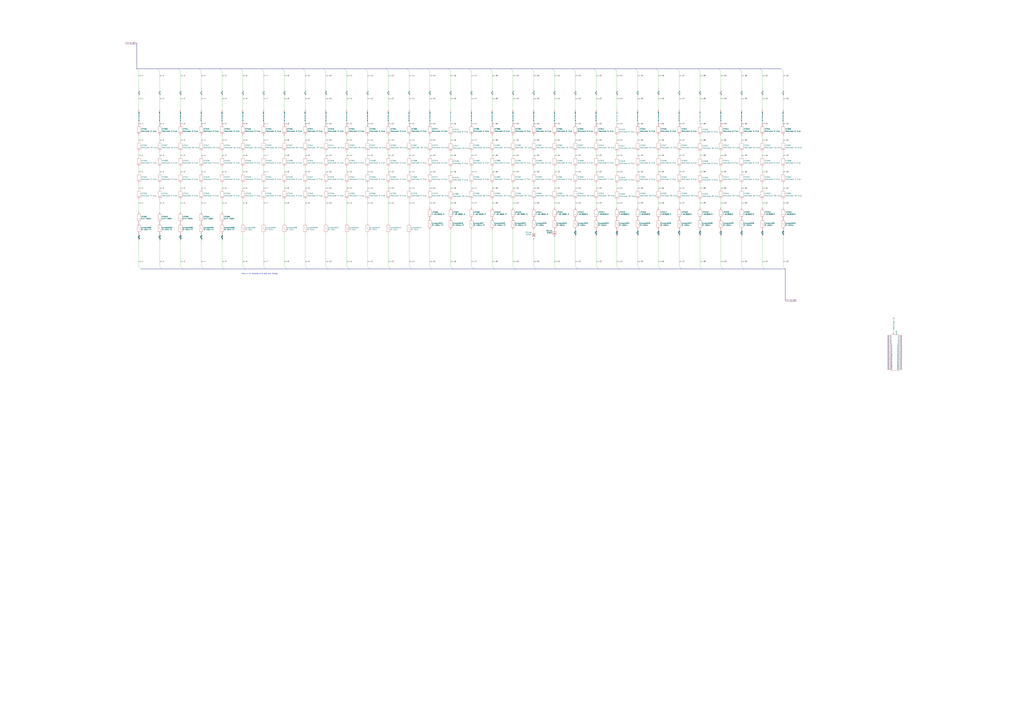
<source format=kicad_sch>
(kicad_sch (version 20230121) (generator eeschema)
  (paper "A0")
  (no_connect (at 1046.48 405.13))
  (no_connect (at 1046.48 416.56))
  (no_connect (at 1031.24 391.16))
  (no_connect (at 1046.48 411.48))
  (no_connect (at 619.76 277.495))
  (no_connect (at 1031.24 401.32))
  (no_connect (at 1031.24 402.59))
  (no_connect (at 1031.24 397.51))
  (no_connect (at 1046.48 393.7))
  (no_connect (at 1046.48 398.78))
  (no_connect (at 1031.24 417.83))
  (no_connect (at 1031.24 421.64))
  (no_connect (at 1031.24 425.45))
  (no_connect (at 1031.24 394.97))
  (no_connect (at 1046.48 415.29))
  (no_connect (at 1046.48 394.97))
  (no_connect (at 1031.24 400.05))
  (no_connect (at 1046.48 422.91))
  (no_connect (at 1031.24 426.72))
  (no_connect (at 1031.24 406.4))
  (no_connect (at 1046.48 427.99))
  (no_connect (at 1046.48 392.43))
  (no_connect (at 1031.24 408.94))
  (no_connect (at 643.89 274.32))
  (no_connect (at 1046.48 426.72))
  (no_connect (at 1031.24 416.56))
  (no_connect (at 1031.24 419.1))
  (no_connect (at 1031.24 389.89))
  (no_connect (at 1031.24 427.99))
  (no_connect (at 1046.48 403.86))
  (no_connect (at 1031.24 393.7))
  (no_connect (at 1031.24 414.02))
  (no_connect (at 1046.48 425.45))
  (no_connect (at 1046.48 424.18))
  (no_connect (at 1031.24 429.26))
  (no_connect (at 1031.24 405.13))
  (no_connect (at 1046.48 400.05))
  (no_connect (at 1046.48 396.24))
  (no_connect (at 1031.24 410.21))
  (no_connect (at 1046.48 421.64))
  (no_connect (at 1046.48 420.37))
  (no_connect (at 1031.24 392.43))
  (no_connect (at 1046.48 391.16))
  (no_connect (at 1046.48 407.67))
  (no_connect (at 1046.48 412.75))
  (no_connect (at 1046.48 389.89))
  (no_connect (at 1031.24 398.78))
  (no_connect (at 1031.24 407.67))
  (no_connect (at 1031.24 412.75))
  (no_connect (at 1031.24 403.86))
  (no_connect (at 1031.24 422.91))
  (no_connect (at 1046.48 408.94))
  (no_connect (at 1046.48 414.02))
  (no_connect (at 1046.48 397.51))
  (no_connect (at 1031.24 411.48))
  (no_connect (at 1046.48 401.32))
  (no_connect (at 1031.24 415.29))
  (no_connect (at 1046.48 419.1))
  (no_connect (at 1031.24 424.18))
  (no_connect (at 1046.48 406.4))
  (no_connect (at 1031.24 420.37))
  (no_connect (at 1031.24 396.24))
  (no_connect (at 1046.48 417.83))
  (no_connect (at 1046.48 410.21))
  (no_connect (at 1046.48 402.59))
  (no_connect (at 1046.48 429.26))
  (bus_entry (at 861.06 82.55) (size -2.54 -2.54))
  (bus_entry (at 571.5 309.88) (size 2.54 2.54))
  (bus_entry (at 209.55 82.55) (size -2.54 -2.54))
  (bus_entry (at 764.54 82.55) (size -2.54 -2.54))
  (bus_entry (at 643.89 309.88) (size 2.54 2.54))
  (bus_entry (at 836.93 309.88) (size 2.54 2.54))
  (bus_entry (at 740.41 309.88) (size 2.54 2.54))
  (bus_entry (at 161.29 82.55) (size -2.54 -2.54))
  (bus_entry (at 378.46 309.88) (size 2.54 2.54))
  (bus_entry (at 643.89 82.55) (size -2.54 -2.54))
  (bus_entry (at 547.37 82.55) (size -2.54 -2.54))
  (bus_entry (at 716.28 82.55) (size -2.54 -2.54))
  (bus_entry (at 692.15 309.88) (size 2.54 2.54))
  (bus_entry (at 595.63 82.55) (size -2.54 -2.54))
  (bus_entry (at 499.11 309.88) (size 2.54 2.54))
  (bus_entry (at 909.32 309.88) (size 2.54 2.54))
  (bus_entry (at 885.19 82.55) (size -2.54 -2.54))
  (bus_entry (at 668.02 309.88) (size 2.54 2.54))
  (bus_entry (at 306.07 309.88) (size 2.54 2.54))
  (bus_entry (at 523.24 309.88) (size 2.54 2.54))
  (bus_entry (at 426.72 82.55) (size -2.54 -2.54))
  (bus_entry (at 836.93 82.55) (size -2.54 -2.54))
  (bus_entry (at 474.98 82.55) (size -2.54 -2.54))
  (bus_entry (at 161.29 309.88) (size 2.54 2.54))
  (bus_entry (at 233.68 82.55) (size -2.54 -2.54))
  (bus_entry (at 450.85 82.55) (size -2.54 -2.54))
  (bus_entry (at 788.67 309.88) (size 2.54 2.54))
  (bus_entry (at 426.72 309.88) (size 2.54 2.54))
  (bus_entry (at 209.55 309.88) (size 2.54 2.54))
  (bus_entry (at 474.98 309.88) (size 2.54 2.54))
  (bus_entry (at 378.46 82.55) (size -2.54 -2.54))
  (bus_entry (at 909.32 82.55) (size -2.54 -2.54))
  (bus_entry (at 499.11 82.55) (size -2.54 -2.54))
  (bus_entry (at 523.24 82.55) (size -2.54 -2.54))
  (bus_entry (at 354.33 82.55) (size -2.54 -2.54))
  (bus_entry (at 716.28 309.88) (size 2.54 2.54))
  (bus_entry (at 788.67 82.55) (size -2.54 -2.54))
  (bus_entry (at 354.33 309.88) (size 2.54 2.54))
  (bus_entry (at 740.41 82.55) (size -2.54 -2.54))
  (bus_entry (at 257.81 82.55) (size -2.54 -2.54))
  (bus_entry (at 595.63 309.88) (size 2.54 2.54))
  (bus_entry (at 861.06 309.88) (size 2.54 2.54))
  (bus_entry (at 885.19 309.88) (size 2.54 2.54))
  (bus_entry (at 257.81 309.88) (size 2.54 2.54))
  (bus_entry (at 812.8 82.55) (size -2.54 -2.54))
  (bus_entry (at 402.59 82.55) (size -2.54 -2.54))
  (bus_entry (at 547.37 309.88) (size 2.54 2.54))
  (bus_entry (at 233.68 309.88) (size 2.54 2.54))
  (bus_entry (at 571.5 82.55) (size -2.54 -2.54))
  (bus_entry (at 185.42 82.55) (size -2.54 -2.54))
  (bus_entry (at 185.42 309.88) (size 2.54 2.54))
  (bus_entry (at 692.15 82.55) (size -2.54 -2.54))
  (bus_entry (at 330.2 309.88) (size 2.54 2.54))
  (bus_entry (at 281.94 309.88) (size 2.54 2.54))
  (bus_entry (at 619.76 309.88) (size 2.54 2.54))
  (bus_entry (at 281.94 82.55) (size -2.54 -2.54))
  (bus_entry (at 812.8 309.88) (size 2.54 2.54))
  (bus_entry (at 619.76 82.55) (size -2.54 -2.54))
  (bus_entry (at 764.54 309.88) (size 2.54 2.54))
  (bus_entry (at 668.02 82.55) (size -2.54 -2.54))
  (bus_entry (at 450.85 309.88) (size 2.54 2.54))
  (bus_entry (at 402.59 309.88) (size 2.54 2.54))
  (bus_entry (at 306.07 82.55) (size -2.54 -2.54))
  (bus_entry (at 330.2 82.55) (size -2.54 -2.54))
  (wire (pts (xy 523.24 144.145) (xy 523.24 145.415)))
  (wire (pts (xy 378.46 144.145) (xy 378.46 144.78)))
  (wire (pts (xy 354.33 271.78) (xy 354.33 309.88)))
  (wire (pts (xy 474.98 157.48) (xy 474.98 163.83)))
  (wire (pts (xy 233.68 194.31) (xy 233.68 200.66)))
  (wire (pts (xy 740.41 194.31) (xy 740.41 200.66)))
  (wire (pts (xy 378.46 232.41) (xy 378.46 259.08)))
  (wire (pts (xy 716.28 158.115) (xy 716.28 164.465)))
  (bus (pts (xy 477.52 312.42) (xy 501.65 312.42)))
  (wire (pts (xy 861.06 82.55) (xy 861.06 104.14)))
  (wire (pts (xy 861.06 176.53) (xy 861.06 181.61)))
  (wire (pts (xy 474.98 176.53) (xy 474.98 181.61)))
  (bus (pts (xy 356.87 312.42) (xy 381 312.42)))
  (wire (pts (xy 836.93 274.32) (xy 836.93 309.88)))
  (wire (pts (xy 474.98 144.145) (xy 474.98 144.78)))
  (wire (pts (xy 330.2 213.36) (xy 330.2 219.71)))
  (wire (pts (xy 306.07 194.31) (xy 306.07 200.66)))
  (wire (pts (xy 402.59 111.76) (xy 402.59 127.635)))
  (wire (pts (xy 764.54 157.48) (xy 764.54 163.83)))
  (wire (pts (xy 643.89 157.48) (xy 643.89 163.83)))
  (wire (pts (xy 740.41 144.145) (xy 740.41 144.78)))
  (bus (pts (xy 279.4 80.01) (xy 255.27 80.01)))
  (wire (pts (xy 571.5 266.7) (xy 571.5 309.88)))
  (wire (pts (xy 185.42 82.55) (xy 185.42 104.14)))
  (bus (pts (xy 260.35 312.42) (xy 284.48 312.42)))
  (wire (pts (xy 330.2 144.145) (xy 330.2 144.78)))
  (wire (pts (xy 330.2 271.78) (xy 330.2 309.88)))
  (wire (pts (xy 643.89 111.76) (xy 643.89 127.635)))
  (bus (pts (xy 496.57 80.01) (xy 472.44 80.01)))
  (wire (pts (xy 499.11 232.41) (xy 499.11 241.3)))
  (wire (pts (xy 643.89 274.32) (xy 643.89 309.88)))
  (wire (pts (xy 474.98 213.36) (xy 474.98 219.71)))
  (wire (pts (xy 209.55 176.53) (xy 209.55 181.61)))
  (wire (pts (xy 450.85 176.53) (xy 450.85 181.61)))
  (wire (pts (xy 619.76 176.53) (xy 619.76 181.61)))
  (wire (pts (xy 547.37 111.76) (xy 547.37 127.635)))
  (wire (pts (xy 450.85 157.48) (xy 450.85 163.83)))
  (wire (pts (xy 740.41 82.55) (xy 740.41 104.14)))
  (wire (pts (xy 909.32 233.045) (xy 909.32 241.3)))
  (wire (pts (xy 161.29 157.48) (xy 161.29 163.83)))
  (wire (pts (xy 788.67 157.48) (xy 788.67 163.83)))
  (wire (pts (xy 378.46 176.53) (xy 378.46 181.61)))
  (bus (pts (xy 641.35 80.01) (xy 617.22 80.01)))
  (wire (pts (xy 523.24 194.945) (xy 523.24 201.295)))
  (wire (pts (xy 233.68 144.145) (xy 233.68 144.78)))
  (wire (pts (xy 861.06 274.32) (xy 861.06 309.88)))
  (wire (pts (xy 209.55 232.41) (xy 209.55 246.38)))
  (wire (pts (xy 595.63 194.31) (xy 595.63 200.66)))
  (wire (pts (xy 474.98 111.76) (xy 474.98 127.635)))
  (wire (pts (xy 499.11 144.145) (xy 499.11 144.78)))
  (wire (pts (xy 619.76 232.41) (xy 619.76 241.3)))
  (wire (pts (xy 595.63 266.7) (xy 595.63 309.88)))
  (wire (pts (xy 812.8 144.145) (xy 812.8 145.415)))
  (wire (pts (xy 209.55 144.145) (xy 209.55 144.78)))
  (bus (pts (xy 424.18 80.01) (xy 400.05 80.01)))
  (bus (pts (xy 182.88 80.01) (xy 158.75 80.01)))
  (wire (pts (xy 764.54 176.53) (xy 764.54 181.61)))
  (bus (pts (xy 839.47 312.42) (xy 863.6 312.42)))
  (wire (pts (xy 692.15 111.76) (xy 692.15 127.635)))
  (wire (pts (xy 426.72 111.76) (xy 426.72 127.635)))
  (wire (pts (xy 426.72 194.31) (xy 426.72 200.66)))
  (bus (pts (xy 236.22 312.42) (xy 260.35 312.42)))
  (wire (pts (xy 185.42 279.4) (xy 185.42 309.88)))
  (wire (pts (xy 233.68 157.48) (xy 233.68 163.83)))
  (wire (pts (xy 861.06 213.36) (xy 861.06 219.71)))
  (wire (pts (xy 474.98 194.31) (xy 474.98 200.66)))
  (wire (pts (xy 450.85 82.55) (xy 450.85 104.14)))
  (wire (pts (xy 812.8 233.045) (xy 812.8 241.3)))
  (wire (pts (xy 643.89 82.55) (xy 643.89 104.14)))
  (wire (pts (xy 668.02 213.36) (xy 668.02 219.71)))
  (wire (pts (xy 619.76 111.76) (xy 619.76 127.635)))
  (wire (pts (xy 716.28 177.165) (xy 716.28 182.245)))
  (wire (pts (xy 233.68 176.53) (xy 233.68 181.61)))
  (wire (pts (xy 257.81 111.76) (xy 257.81 127.635)))
  (wire (pts (xy 595.63 232.41) (xy 595.63 241.3)))
  (wire (pts (xy 692.15 274.32) (xy 692.15 309.88)))
  (bus (pts (xy 834.39 80.01) (xy 810.26 80.01)))
  (wire (pts (xy 812.8 194.945) (xy 812.8 201.295)))
  (wire (pts (xy 402.59 176.53) (xy 402.59 181.61)))
  (wire (pts (xy 402.59 213.36) (xy 402.59 219.71)))
  (wire (pts (xy 450.85 194.31) (xy 450.85 200.66)))
  (wire (pts (xy 354.33 144.145) (xy 354.33 144.78)))
  (bus (pts (xy 887.73 312.42) (xy 911.86 312.42)))
  (wire (pts (xy 836.93 111.76) (xy 836.93 127.635)))
  (wire (pts (xy 523.24 158.115) (xy 523.24 164.465)))
  (wire (pts (xy 836.93 232.41) (xy 836.93 241.3)))
  (wire (pts (xy 426.72 144.145) (xy 426.72 144.78)))
  (wire (pts (xy 281.94 213.36) (xy 281.94 219.71)))
  (bus (pts (xy 429.26 312.42) (xy 453.39 312.42)))
  (wire (pts (xy 764.54 144.145) (xy 764.54 144.78)))
  (wire (pts (xy 861.06 232.41) (xy 861.06 241.3)))
  (wire (pts (xy 499.11 157.48) (xy 499.11 163.83)))
  (wire (pts (xy 643.89 176.53) (xy 643.89 181.61)))
  (bus (pts (xy 375.92 80.01) (xy 351.79 80.01)))
  (wire (pts (xy 281.94 144.145) (xy 281.94 144.78)))
  (wire (pts (xy 836.93 82.55) (xy 836.93 104.14)))
  (wire (pts (xy 885.19 176.53) (xy 885.19 181.61)))
  (wire (pts (xy 402.59 157.48) (xy 402.59 163.83)))
  (bus (pts (xy 858.52 80.01) (xy 834.39 80.01)))
  (wire (pts (xy 885.19 144.145) (xy 885.19 144.78)))
  (wire (pts (xy 909.32 144.145) (xy 909.32 144.78)))
  (wire (pts (xy 257.81 194.31) (xy 257.81 200.66)))
  (bus (pts (xy 737.87 80.01) (xy 713.74 80.01)))
  (wire (pts (xy 885.19 232.41) (xy 885.19 241.3)))
  (wire (pts (xy 306.07 111.76) (xy 306.07 127.635)))
  (wire (pts (xy 306.07 271.78) (xy 306.07 309.88)))
  (wire (pts (xy 547.37 82.55) (xy 547.37 104.14)))
  (wire (pts (xy 716.28 111.76) (xy 716.28 127.635)))
  (bus (pts (xy 791.21 312.42) (xy 815.34 312.42)))
  (bus (pts (xy 762 80.01) (xy 737.87 80.01)))
  (wire (pts (xy 716.28 194.945) (xy 716.28 201.295)))
  (bus (pts (xy 622.3 312.42) (xy 646.43 312.42)))
  (wire (pts (xy 836.93 144.145) (xy 836.93 144.78)))
  (bus (pts (xy 810.26 80.01) (xy 786.13 80.01)))
  (bus (pts (xy 670.56 312.42) (xy 694.69 312.42)))
  (wire (pts (xy 861.06 194.31) (xy 861.06 200.66)))
  (bus (pts (xy 544.83 80.01) (xy 520.7 80.01)))
  (wire (pts (xy 716.28 144.145) (xy 716.28 145.415)))
  (wire (pts (xy 354.33 194.31) (xy 354.33 200.66)))
  (wire (pts (xy 209.55 279.4) (xy 209.55 309.88)))
  (wire (pts (xy 306.07 157.48) (xy 306.07 163.83)))
  (wire (pts (xy 692.15 157.48) (xy 692.15 163.83)))
  (wire (pts (xy 571.5 194.31) (xy 571.5 200.66)))
  (wire (pts (xy 306.07 144.145) (xy 306.07 144.78)))
  (wire (pts (xy 547.37 194.31) (xy 547.37 200.66)))
  (wire (pts (xy 209.55 157.48) (xy 209.55 163.83)))
  (bus (pts (xy 598.17 312.42) (xy 622.3 312.42)))
  (wire (pts (xy 547.37 144.145) (xy 547.37 144.78)))
  (wire (pts (xy 668.02 144.145) (xy 668.02 144.78)))
  (wire (pts (xy 523.24 82.55) (xy 523.24 104.14)))
  (wire (pts (xy 474.98 271.78) (xy 474.98 309.88)))
  (bus (pts (xy 453.39 312.42) (xy 477.52 312.42)))
  (bus (pts (xy 617.22 80.01) (xy 593.09 80.01)))
  (wire (pts (xy 764.54 232.41) (xy 764.54 241.3)))
  (wire (pts (xy 281.94 157.48) (xy 281.94 163.83)))
  (wire (pts (xy 861.06 111.76) (xy 861.06 127.635)))
  (wire (pts (xy 909.32 157.48) (xy 909.32 163.83)))
  (wire (pts (xy 812.8 82.55) (xy 812.8 104.14)))
  (wire (pts (xy 692.15 194.31) (xy 692.15 200.66)))
  (wire (pts (xy 740.41 274.32) (xy 740.41 309.88)))
  (wire (pts (xy 354.33 176.53) (xy 354.33 181.61)))
  (wire (pts (xy 233.68 213.36) (xy 233.68 219.71)))
  (wire (pts (xy 643.89 232.41) (xy 643.89 241.3)))
  (wire (pts (xy 161.29 213.36) (xy 161.29 219.71)))
  (bus (pts (xy 187.96 312.42) (xy 212.09 312.42)))
  (wire (pts (xy 716.28 274.32) (xy 716.28 309.88)))
  (bus (pts (xy 911.86 312.42) (xy 911.86 349.25)))
  (wire (pts (xy 523.24 266.7) (xy 523.24 309.88)))
  (wire (pts (xy 909.32 194.31) (xy 909.32 200.66)))
  (wire (pts (xy 281.94 271.78) (xy 281.94 309.88)))
  (wire (pts (xy 257.81 279.4) (xy 257.81 309.88)))
  (wire (pts (xy 499.11 194.31) (xy 499.11 200.66)))
  (wire (pts (xy 378.46 271.78) (xy 378.46 309.88)))
  (wire (pts (xy 595.63 111.76) (xy 595.63 127.635)))
  (wire (pts (xy 716.28 82.55) (xy 716.28 104.14)))
  (wire (pts (xy 185.42 176.53) (xy 185.42 181.61)))
  (bus (pts (xy 549.91 312.42) (xy 574.04 312.42)))
  (bus (pts (xy 520.7 80.01) (xy 496.57 80.01)))
  (wire (pts (xy 547.37 157.48) (xy 547.37 163.83)))
  (bus (pts (xy 231.14 80.01) (xy 207.01 80.01)))
  (bus (pts (xy 568.96 80.01) (xy 544.83 80.01)))
  (wire (pts (xy 909.32 82.55) (xy 909.32 104.14)))
  (bus (pts (xy 786.13 80.01) (xy 762 80.01)))
  (wire (pts (xy 788.67 82.55) (xy 788.67 104.14)))
  (wire (pts (xy 161.29 111.76) (xy 161.29 127.635)))
  (wire (pts (xy 595.63 176.53) (xy 595.63 181.61)))
  (wire (pts (xy 378.46 111.76) (xy 378.46 127.635)))
  (bus (pts (xy 863.6 312.42) (xy 887.73 312.42)))
  (wire (pts (xy 185.42 144.145) (xy 185.42 144.78)))
  (wire (pts (xy 812.8 213.995) (xy 812.8 220.345)))
  (wire (pts (xy 185.42 157.48) (xy 185.42 163.83)))
  (wire (pts (xy 571.5 111.76) (xy 571.5 127.635)))
  (wire (pts (xy 257.81 144.145) (xy 257.81 144.78)))
  (wire (pts (xy 233.68 82.55) (xy 233.68 104.14)))
  (wire (pts (xy 499.11 82.55) (xy 499.11 104.14)))
  (wire (pts (xy 306.07 82.55) (xy 306.07 104.14)))
  (wire (pts (xy 257.81 176.53) (xy 257.81 181.61)))
  (wire (pts (xy 426.72 271.78) (xy 426.72 309.88)))
  (wire (pts (xy 378.46 213.36) (xy 378.46 219.71)))
  (wire (pts (xy 233.68 111.76) (xy 233.68 127.635)))
  (bus (pts (xy 472.44 80.01) (xy 448.31 80.01)))
  (wire (pts (xy 885.19 157.48) (xy 885.19 163.83)))
  (wire (pts (xy 402.59 232.41) (xy 402.59 259.08)))
  (wire (pts (xy 619.76 194.31) (xy 619.76 200.66)))
  (bus (pts (xy 501.65 312.42) (xy 525.78 312.42)))
  (wire (pts (xy 619.76 157.48) (xy 619.76 163.83)))
  (wire (pts (xy 161.29 176.53) (xy 161.29 181.61)))
  (wire (pts (xy 764.54 82.55) (xy 764.54 104.14)))
  (wire (pts (xy 547.37 176.53) (xy 547.37 181.61)))
  (wire (pts (xy 740.41 213.36) (xy 740.41 219.71)))
  (bus (pts (xy 284.48 312.42) (xy 308.61 312.42)))
  (wire (pts (xy 547.37 266.7) (xy 547.37 309.88)))
  (wire (pts (xy 281.94 82.55) (xy 281.94 104.14)))
  (wire (pts (xy 861.06 157.48) (xy 861.06 163.83)))
  (wire (pts (xy 330.2 232.41) (xy 330.2 259.08)))
  (wire (pts (xy 185.42 194.31) (xy 185.42 200.66)))
  (wire (pts (xy 885.19 213.36) (xy 885.19 219.71)))
  (wire (pts (xy 330.2 82.55) (xy 330.2 104.14)))
  (bus (pts (xy 448.31 80.01) (xy 424.18 80.01)))
  (wire (pts (xy 523.24 213.995) (xy 523.24 220.345)))
  (bus (pts (xy 158.75 80.01) (xy 158.75 50.165)))
  (bus (pts (xy 689.61 80.01) (xy 665.48 80.01)))
  (bus (pts (xy 593.09 80.01) (xy 568.96 80.01)))
  (bus (pts (xy 815.34 312.42) (xy 839.47 312.42)))
  (wire (pts (xy 281.94 176.53) (xy 281.94 181.61)))
  (wire (pts (xy 402.59 271.78) (xy 402.59 309.88)))
  (wire (pts (xy 450.85 232.41) (xy 450.85 259.08)))
  (wire (pts (xy 281.94 111.76) (xy 281.94 127.635)))
  (bus (pts (xy 694.69 312.42) (xy 718.82 312.42)))
  (bus (pts (xy 665.48 80.01) (xy 641.35 80.01)))
  (wire (pts (xy 499.11 176.53) (xy 499.11 181.61)))
  (wire (pts (xy 668.02 157.48) (xy 668.02 163.83)))
  (wire (pts (xy 185.42 111.76) (xy 185.42 127.635)))
  (wire (pts (xy 306.07 176.53) (xy 306.07 181.61)))
  (wire (pts (xy 885.19 194.31) (xy 885.19 200.66)))
  (wire (pts (xy 474.98 82.55) (xy 474.98 104.14)))
  (wire (pts (xy 619.76 266.7) (xy 619.76 268.605)))
  (wire (pts (xy 281.94 232.41) (xy 281.94 259.08)))
  (wire (pts (xy 885.19 111.76) (xy 885.19 127.635)))
  (wire (pts (xy 788.67 111.76) (xy 788.67 127.635)))
  (wire (pts (xy 499.11 111.76) (xy 499.11 127.635)))
  (wire (pts (xy 909.32 274.32) (xy 909.32 309.88)))
  (bus (pts (xy 718.82 312.42) (xy 742.95 312.42)))
  (wire (pts (xy 426.72 157.48) (xy 426.72 163.83)))
  (wire (pts (xy 402.59 144.145) (xy 402.59 144.78)))
  (bus (pts (xy 351.79 80.01) (xy 327.66 80.01)))
  (wire (pts (xy 668.02 194.31) (xy 668.02 200.66)))
  (wire (pts (xy 571.5 144.145) (xy 571.5 144.78)))
  (wire (pts (xy 692.15 213.36) (xy 692.15 219.71)))
  (wire (pts (xy 643.89 213.36) (xy 643.89 219.71)))
  (wire (pts (xy 378.46 157.48) (xy 378.46 163.83)))
  (wire (pts (xy 306.07 213.36) (xy 306.07 219.71)))
  (wire (pts (xy 668.02 111.76) (xy 668.02 127.635)))
  (bus (pts (xy 400.05 80.01) (xy 375.92 80.01)))
  (bus (pts (xy 212.09 312.42) (xy 236.22 312.42)))
  (wire (pts (xy 643.89 144.145) (xy 643.89 144.78)))
  (wire (pts (xy 402.59 82.55) (xy 402.59 104.14)))
  (wire (pts (xy 450.85 144.145) (xy 450.85 144.78)))
  (wire (pts (xy 788.67 144.145) (xy 788.67 144.78)))
  (wire (pts (xy 619.76 277.495) (xy 619.76 309.88)))
  (wire (pts (xy 378.46 194.31) (xy 378.46 200.66)))
  (wire (pts (xy 571.5 232.41) (xy 571.5 241.3)))
  (wire (pts (xy 595.63 82.55) (xy 595.63 104.14)))
  (bus (pts (xy 405.13 312.42) (xy 429.26 312.42)))
  (bus (pts (xy 163.83 312.42) (xy 187.96 312.42)))
  (wire (pts (xy 836.93 213.36) (xy 836.93 219.71)))
  (wire (pts (xy 595.63 213.36) (xy 595.63 219.71)))
  (wire (pts (xy 474.98 232.41) (xy 474.98 259.08)))
  (wire (pts (xy 523.24 177.165) (xy 523.24 182.245)))
  (wire (pts (xy 692.15 232.41) (xy 692.15 241.3)))
  (wire (pts (xy 740.41 111.76) (xy 740.41 127.635)))
  (bus (pts (xy 327.66 80.01) (xy 303.53 80.01)))
  (bus (pts (xy 742.95 312.42) (xy 767.08 312.42)))
  (wire (pts (xy 716.28 233.045) (xy 716.28 241.3)))
  (wire (pts (xy 812.8 111.76) (xy 812.8 127.635)))
  (wire (pts (xy 571.5 213.36) (xy 571.5 219.71)))
  (bus (pts (xy 882.65 80.01) (xy 858.52 80.01)))
  (wire (pts (xy 836.93 176.53) (xy 836.93 181.61)))
  (wire (pts (xy 788.67 194.31) (xy 788.67 200.66)))
  (bus (pts (xy 906.78 80.01) (xy 882.65 80.01)))
  (bus (pts (xy 574.04 312.42) (xy 598.17 312.42)))
  (wire (pts (xy 909.32 213.36) (xy 909.32 219.71)))
  (wire (pts (xy 450.85 213.36) (xy 450.85 219.71)))
  (wire (pts (xy 595.63 144.145) (xy 595.63 144.78)))
  (wire (pts (xy 257.81 213.36) (xy 257.81 219.71)))
  (wire (pts (xy 788.67 213.36) (xy 788.67 219.71)))
  (wire (pts (xy 668.02 82.55) (xy 668.02 104.14)))
  (wire (pts (xy 788.67 274.32) (xy 788.67 309.88)))
  (wire (pts (xy 619.76 82.55) (xy 619.76 104.14)))
  (wire (pts (xy 571.5 82.55) (xy 571.5 104.14)))
  (bus (pts (xy 713.74 80.01) (xy 689.61 80.01)))
  (wire (pts (xy 764.54 213.36) (xy 764.54 219.71)))
  (wire (pts (xy 836.93 194.31) (xy 836.93 200.66)))
  (wire (pts (xy 209.55 82.55) (xy 209.55 104.14)))
  (wire (pts (xy 740.41 176.53) (xy 740.41 181.61)))
  (wire (pts (xy 426.72 176.53) (xy 426.72 181.61)))
  (wire (pts (xy 668.02 274.32) (xy 668.02 309.88)))
  (bus (pts (xy 207.01 80.01) (xy 182.88 80.01)))
  (wire (pts (xy 909.32 111.76) (xy 909.32 127.635)))
  (bus (pts (xy 525.78 312.42) (xy 549.91 312.42)))
  (wire (pts (xy 619.76 213.36) (xy 619.76 219.71)))
  (bus (pts (xy 308.61 312.42) (xy 332.74 312.42)))
  (wire (pts (xy 354.33 111.76) (xy 354.33 127.635)))
  (wire (pts (xy 402.59 194.31) (xy 402.59 200.66)))
  (bus (pts (xy 381 312.42) (xy 405.13 312.42)))
  (wire (pts (xy 233.68 232.41) (xy 233.68 246.38)))
  (wire (pts (xy 547.37 213.36) (xy 547.37 219.71)))
  (wire (pts (xy 909.32 176.53) (xy 909.32 181.61)))
  (wire (pts (xy 764.54 111.76) (xy 764.54 127.635)))
  (wire (pts (xy 330.2 176.53) (xy 330.2 181.61)))
  (wire (pts (xy 861.06 144.145) (xy 861.06 144.78)))
  (wire (pts (xy 812.8 274.32) (xy 812.8 309.88)))
  (wire (pts (xy 812.8 158.115) (xy 812.8 164.465)))
  (wire (pts (xy 161.29 194.31) (xy 161.29 200.66)))
  (wire (pts (xy 426.72 232.41) (xy 426.72 259.08)))
  (wire (pts (xy 354.33 157.48) (xy 354.33 163.83)))
  (wire (pts (xy 426.72 213.36) (xy 426.72 219.71)))
  (wire (pts (xy 257.81 82.55) (xy 257.81 104.14)))
  (wire (pts (xy 692.15 144.145) (xy 692.15 144.78)))
  (wire (pts (xy 547.37 232.41) (xy 547.37 241.3)))
  (wire (pts (xy 523.24 111.76) (xy 523.24 127.635)))
  (wire (pts (xy 257.81 157.48) (xy 257.81 163.83)))
  (wire (pts (xy 209.55 194.31) (xy 209.55 200.66)))
  (wire (pts (xy 209.55 213.36) (xy 209.55 219.71)))
  (wire (pts (xy 330.2 157.48) (xy 330.2 163.83)))
  (wire (pts (xy 788.67 176.53) (xy 788.67 181.61)))
  (wire (pts (xy 523.24 233.045) (xy 523.24 241.3)))
  (wire (pts (xy 812.8 177.165) (xy 812.8 182.245)))
  (wire (pts (xy 185.42 213.36) (xy 185.42 219.71)))
  (wire (pts (xy 306.07 232.41) (xy 306.07 259.08)))
  (wire (pts (xy 692.15 82.55) (xy 692.15 104.14)))
  (wire (pts (xy 740.41 232.41) (xy 740.41 241.3)))
  (wire (pts (xy 499.11 213.36) (xy 499.11 219.71)))
  (wire (pts (xy 764.54 274.32) (xy 764.54 309.88)))
  (wire (pts (xy 692.15 176.53) (xy 692.15 181.61)))
  (wire (pts (xy 499.11 266.7) (xy 499.11 309.88)))
  (bus (pts (xy 255.27 80.01) (xy 231.14 80.01)))
  (wire (pts (xy 571.5 157.48) (xy 571.5 163.83)))
  (wire (pts (xy 233.68 279.4) (xy 233.68 309.88)))
  (bus (pts (xy 767.08 312.42) (xy 791.21 312.42)))
  (wire (pts (xy 764.54 194.31) (xy 764.54 200.66)))
  (wire (pts (xy 619.76 144.145) (xy 619.76 144.78)))
  (wire (pts (xy 450.85 271.78) (xy 450.85 309.88)))
  (wire (pts (xy 161.29 279.4) (xy 161.29 309.88)))
  (wire (pts (xy 161.29 232.41) (xy 161.29 246.38)))
  (bus (pts (xy 303.53 80.01) (xy 279.4 80.01)))
  (wire (pts (xy 330.2 111.76) (xy 330.2 127.635)))
  (wire (pts (xy 836.93 157.48) (xy 836.93 163.83)))
  (bus (pts (xy 332.74 312.42) (xy 356.87 312.42)))
  (wire (pts (xy 595.63 157.48) (xy 595.63 163.83)))
  (wire (pts (xy 257.81 232.41) (xy 257.81 246.38)))
  (wire (pts (xy 185.42 232.41) (xy 185.42 246.38)))
  (wire (pts (xy 788.67 232.41) (xy 788.67 241.3)))
  (wire (pts (xy 281.94 194.31) (xy 281.94 200.66)))
  (wire (pts (xy 161.29 82.55) (xy 161.29 104.14)))
  (wire (pts (xy 571.5 176.53) (xy 571.5 181.61)))
  (wire (pts (xy 354.33 232.41) (xy 354.33 259.08)))
  (wire (pts (xy 668.02 176.53) (xy 668.02 181.61)))
  (wire (pts (xy 885.19 82.55) (xy 885.19 104.14)))
  (wire (pts (xy 716.28 213.995) (xy 716.28 220.345)))
  (bus (pts (xy 646.43 312.42) (xy 670.56 312.42)))
  (wire (pts (xy 740.41 157.48) (xy 740.41 163.83)))
  (wire (pts (xy 643.89 194.31) (xy 643.89 200.66)))
  (wire (pts (xy 885.19 274.32) (xy 885.19 309.88)))
  (wire (pts (xy 426.72 82.55) (xy 426.72 104.14)))
  (wire (pts (xy 450.85 111.76) (xy 450.85 127.635)))
  (wire (pts (xy 209.55 111.76) (xy 209.55 127.635)))
  (wire (pts (xy 354.33 213.36) (xy 354.33 219.71)))
  (wire (pts (xy 378.46 82.55) (xy 378.46 104.14)))
  (wire (pts (xy 330.2 194.31) (xy 330.2 200.66)))
  (wire (pts (xy 668.02 232.41) (xy 668.02 241.3)))
  (wire (pts (xy 354.33 82.55) (xy 354.33 104.14)))
  (wire (pts (xy 161.29 144.145) (xy 161.29 144.78)))
  (text "From L4-6, onwards is to add and change\n" (at 280.035 318.77 0) (effects (font (size 1.27 1.27)) (justify left bottom)))
  (label "L4-10" (at 378.46 236.855 0))
  (label "L4-30" (at 861.06 144.78 0))
  (label "L4-25" (at 740.41 200.66 0))
  (label "L4-32" (at 909.32 236.855 0))
  (label "L4-25" (at 740.41 88.9 0))
  (label "L4-17" (at 547.37 181.61 0))
  (label "L4-4" (at 233.68 115.57 0))
  (label "L4-4" (at 233.68 219.71 0))
  (label "L4-6" (at 281.94 200.66 0))
  (label "L4-6" (at 281.94 144.78 0))
  (label "L4-24" (at 716.28 219.71 0))
  (label "L4-24" (at 716.28 115.57 0))
  (label "L4-12" (at 426.72 219.71 0))
  (label "L4-24" (at 716.28 88.9 0))
  (label "L4-5" (at 257.81 163.83 0))
  (label "L4-23" (at 692.15 219.71 0))
  (label "L4-16" (at 523.24 236.855 0))
  (label "L4-25" (at 740.41 144.78 0))
  (label "L4-23" (at 692.15 144.78 0))
  (label "L4-6" (at 281.94 115.57 0))
  (label "L4-2" (at 185.42 236.855 0))
  (label "L4-2" (at 185.42 163.83 0))
  (label "L4-3" (at 209.55 88.9 0))
  (label "L4-15" (at 499.11 88.9 0))
  (label "L4-17" (at 547.37 144.78 0))
  (label "L4-20" (at 619.76 304.8 0))
  (label "L4-6" (at 281.94 88.9 0))
  (label "L4-7" (at 306.07 163.83 0))
  (label "L4-8" (at 330.2 304.8 0))
  (label "L4-17" (at 547.37 163.83 0))
  (label "L4-25" (at 740.41 219.71 0))
  (label "L4-18" (at 571.5 236.855 0))
  (label "L4-11" (at 402.59 88.9 0))
  (label "L4-3" (at 209.55 219.71 0))
  (label "L4-13" (at 450.85 200.66 0))
  (label "L4-29" (at 836.93 115.57 0))
  (label "L4-11" (at 402.59 144.78 0))
  (label "L4-12" (at 426.72 88.9 0))
  (label "L4-12" (at 426.72 115.57 0))
  (label "L4-5" (at 257.81 219.71 0))
  (label "L4-8" (at 330.2 200.66 0))
  (label "L4-10" (at 378.46 200.66 0))
  (label "L4-2" (at 185.42 200.66 0))
  (label "L4-18" (at 571.5 219.71 0))
  (label "L4-22" (at 668.02 304.8 0))
  (label "L4-12" (at 426.72 236.855 0))
  (label "L4-16" (at 523.24 115.57 0))
  (label "L4-32" (at 909.32 219.71 0))
  (label "L4-21" (at 643.89 88.9 0))
  (label "L4-20" (at 619.76 88.9 0))
  (label "L4-9" (at 354.33 88.9 0))
  (label "L4-4" (at 233.68 88.9 0))
  (label "L4-27" (at 788.67 304.8 0))
  (label "L4-10" (at 378.46 88.9 0))
  (label "L4-22" (at 668.02 219.71 0))
  (label "L4-9" (at 354.33 219.71 0))
  (label "L4-11" (at 402.59 181.61 0))
  (label "L4-11" (at 402.59 236.855 0))
  (label "L4-4" (at 233.68 236.855 0))
  (label "L4-7" (at 306.07 181.61 0))
  (label "L4-30" (at 861.06 163.83 0))
  (label "L4-1" (at 161.29 304.8 0))
  (label "L4-26" (at 764.54 163.83 0))
  (label "L4-9" (at 354.33 163.83 0))
  (label "L4-18" (at 571.5 304.8 0))
  (label "L4-27" (at 788.67 219.71 0))
  (label "L4-2" (at 185.42 115.57 0))
  (label "L4-15" (at 499.11 115.57 0))
  (label "L4-15" (at 499.11 144.78 0))
  (label "L4-10" (at 378.46 163.83 0))
  (label "L4-30" (at 861.06 304.8 0))
  (label "L4-17" (at 547.37 219.71 0))
  (label "L4-20" (at 619.76 144.78 0))
  (label "L4-8" (at 330.2 163.83 0))
  (label "L4-24" (at 716.28 304.8 0))
  (label "L4-21" (at 643.89 304.8 0))
  (label "L4-10" (at 378.46 115.57 0))
  (label "L4-17" (at 547.37 115.57 0))
  (label "L4-22" (at 668.02 181.61 0))
  (label "L4-21" (at 643.89 144.78 0))
  (label "L4-2" (at 185.42 88.9 0))
  (label "L4-23" (at 692.15 304.8 0))
  (label "L4-17" (at 547.37 88.9 0))
  (label "L4-15" (at 499.11 236.855 0))
  (label "L4-26" (at 764.54 219.71 0))
  (label "L4-11" (at 402.59 200.66 0))
  (label "L4-12" (at 426.72 163.83 0))
  (label "L4-15" (at 499.11 219.71 0))
  (label "L4-11" (at 402.59 163.83 0))
  (label "L4-4" (at 233.68 181.61 0))
  (label "L4-13" (at 450.85 236.855 0))
  (label "L4-30" (at 861.06 219.71 0))
  (label "L4-27" (at 788.67 144.78 0))
  (label "L4-3" (at 209.55 304.8 0))
  (label "L4-12" (at 426.72 304.8 0))
  (label "L4-7" (at 306.07 115.57 0))
  (label "L4-5" (at 257.81 181.61 0))
  (label "L4-9" (at 354.33 144.78 0))
  (label "L4-31" (at 885.19 200.66 0))
  (label "L4-2" (at 185.42 219.71 0))
  (label "L4-28" (at 812.8 115.57 0))
  (label "L4-14" (at 474.98 304.8 0))
  (label "L4-5" (at 257.81 115.57 0))
  (label "L4-24" (at 716.28 181.61 0))
  (label "L4-9" (at 354.33 200.66 0))
  (label "L4-3" (at 209.55 144.78 0))
  (label "L4-14" (at 474.98 163.83 0))
  (label "L4-28" (at 812.8 181.61 0))
  (label "L4-15" (at 499.11 163.83 0))
  (label "L4-20" (at 619.76 115.57 0))
  (label "L4-19" (at 595.63 144.78 0))
  (label "L4-1" (at 161.29 88.9 0))
  (label "L4-16" (at 523.24 181.61 0))
  (label "L4-12" (at 426.72 144.78 0))
  (label "L4-30" (at 861.06 236.855 0))
  (label "L4-31" (at 885.19 88.9 0))
  (label "L4-28" (at 812.8 200.66 0))
  (label "L4-9" (at 354.33 304.8 0))
  (label "L4-27" (at 788.67 181.61 0))
  (label "L4-17" (at 547.37 200.66 0))
  (label "L4-15" (at 499.11 304.8 0))
  (label "L4-32" (at 909.32 163.83 0))
  (label "L4-7" (at 306.07 304.8 0))
  (label "L4-27" (at 788.67 200.66 0))
  (label "L4-29" (at 836.93 236.855 0))
  (label "L4-24" (at 716.28 236.855 0))
  (label "L4-29" (at 836.93 304.8 0))
  (label "L4-8" (at 330.2 144.78 0))
  (label "L4-13" (at 450.85 163.83 0))
  (label "L4-22" (at 668.02 115.57 0))
  (label "L4-3" (at 209.55 115.57 0))
  (label "L4-31" (at 885.19 163.83 0))
  (label "L4-31" (at 885.19 219.71 0))
  (label "L4-15" (at 499.11 181.61 0))
  (label "L4-19" (at 595.63 236.855 0))
  (label "L4-29" (at 836.93 181.61 0))
  (label "L4-3" (at 209.55 236.855 0))
  (label "L4-3" (at 209.55 163.83 0))
  (label "L4-1" (at 161.29 181.61 0))
  (label "L4-16" (at 523.24 144.78 0))
  (label "L4-1" (at 161.29 163.83 0))
  (label "L4-23" (at 692.15 236.855 0))
  (label "L4-7" (at 306.07 88.9 0))
  (label "L4-16" (at 523.24 219.71 0))
  (label "L4-23" (at 692.15 88.9 0))
  (label "L4-10" (at 378.46 304.8 0))
  (label "L4-19" (at 595.63 304.8 0))
  (label "L4-2" (at 185.42 304.8 0))
  (label "L4-14" (at 474.98 88.9 0))
  (label "L4-11" (at 402.59 304.8 0))
  (label "L4-8" (at 330.2 88.9 0))
  (label "L4-23" (at 692.15 181.61 0))
  (label "L4-2" (at 185.42 181.61 0))
  (label "L4-5" (at 257.81 144.78 0))
  (label "L4-21" (at 643.89 236.855 0))
  (label "L4-18" (at 571.5 200.66 0))
  (label "L4-13" (at 450.85 88.9 0))
  (label "L4-19" (at 595.63 219.71 0))
  (label "L4-20" (at 619.76 219.71 0))
  (label "L4-28" (at 812.8 236.855 0))
  (label "L4-13" (at 450.85 219.71 0))
  (label "L4-5" (at 257.81 236.855 0))
  (label "L4-17" (at 547.37 236.855 0))
  (label "L4-31" (at 885.19 181.61 0))
  (label "L4-4" (at 233.68 304.8 0))
  (label "L4-28" (at 812.8 88.9 0))
  (label "L4-32" (at 909.32 181.61 0))
  (label "L4-27" (at 788.67 163.83 0))
  (label "L4-26" (at 764.54 115.57 0))
  (label "L4-19" (at 595.63 163.83 0))
  (label "L4-21" (at 643.89 163.83 0))
  (label "L4-28" (at 812.8 304.8 0))
  (label "L4-23" (at 692.15 200.66 0))
  (label "L4-20" (at 619.76 200.66 0))
  (label "L4-17" (at 547.37 304.8 0))
  (label "L4-6" (at 281.94 304.8 0))
  (label "L4-31" (at 885.19 144.78 0))
  (label "L4-32" (at 909.32 200.66 0))
  (label "L4-19" (at 595.63 200.66 0))
  (label "L4-18" (at 571.5 163.83 0))
  (label "L4-4" (at 233.68 200.66 0))
  (label "L4-23" (at 692.15 115.57 0))
  (label "L4-4" (at 233.68 163.83 0))
  (label "L4-29" (at 836.93 163.83 0))
  (label "L4-11" (at 402.59 219.71 0))
  (label "L4-12" (at 426.72 200.66 0))
  (label "L4-26" (at 764.54 181.61 0))
  (label "L4-15" (at 499.11 200.66 0))
  (label "L4-1" (at 161.29 236.855 0))
  (label "L4-13" (at 450.85 115.57 0))
  (label "L4-6" (at 281.94 181.61 0))
  (label "L4-32" (at 909.32 144.78 0))
  (label "L4-6" (at 281.94 163.83 0))
  (label "L4-18" (at 571.5 115.57 0))
  (label "L4-21" (at 643.89 219.71 0))
  (label "L4-20" (at 619.76 163.83 0))
  (label "L4-30" (at 861.06 181.61 0))
  (label "L4-10" (at 378.46 181.61 0))
  (label "L4-7" (at 306.07 219.71 0))
  (label "L4-5" (at 257.81 304.8 0))
  (label "L4-28" (at 812.8 163.83 0))
  (label "L4-25" (at 740.41 304.8 0))
  (label "L4-18" (at 571.5 181.61 0))
  (label "L4-19" (at 595.63 88.9 0))
  (label "L4-26" (at 764.54 236.855 0))
  (label "L4-26" (at 764.54 200.66 0))
  (label "L4-24" (at 716.28 200.66 0))
  (label "L4-19" (at 595.63 181.61 0))
  (label "L4-14" (at 474.98 219.71 0))
  (label "L4-29" (at 836.93 200.66 0))
  (label "L4-21" (at 643.89 115.57 0))
  (label "L4-26" (at 764.54 144.78 0))
  (label "L4-26" (at 764.54 88.9 0))
  (label "L4-29" (at 836.93 88.9 0))
  (label "L4-14" (at 474.98 181.61 0))
  (label "L4-9" (at 354.33 236.855 0))
  (label "L4-24" (at 716.28 163.83 0))
  (label "L4-22" (at 668.02 88.9 0))
  (label "L4-31" (at 885.19 304.8 0))
  (label "L4-31" (at 885.19 115.57 0))
  (label "L4-13" (at 450.85 181.61 0))
  (label "L4-23" (at 692.15 163.83 0))
  (label "L4-18" (at 571.5 144.78 0))
  (label "L4-19" (at 595.63 115.57 0))
  (label "L4-10" (at 378.46 144.78 0))
  (label "L4-30" (at 861.06 200.66 0))
  (label "L4-14" (at 474.98 144.78 0))
  (label "L4-25" (at 740.41 163.83 0))
  (label "L4-14" (at 474.98 115.57 0))
  (label "L4-32" (at 909.32 304.8 0))
  (label "L4-22" (at 668.02 144.78 0))
  (label "L4-8" (at 330.2 115.57 0))
  (label "L4-22" (at 668.02 236.855 0))
  (label "L4-9" (at 354.33 115.57 0))
  (label "L4-13" (at 450.85 144.78 0))
  (label "L4-7" (at 306.07 144.78 0))
  (label "L4-24" (at 716.28 144.78 0))
  (label "L4-13" (at 450.85 304.8 0))
  (label "L4-25" (at 740.41 236.855 0))
  (label "L4-7" (at 306.07 236.855 0))
  (label "L4-30" (at 861.06 115.57 0))
  (label "L4-1" (at 161.29 219.71 0))
  (label "L4-27" (at 788.67 115.57 0))
  (label "L4-31" (at 885.19 236.855 0))
  (label "L4-14" (at 474.98 200.66 0))
  (label "L4-32" (at 909.32 88.9 0))
  (label "L4-18" (at 571.5 88.9 0))
  (label "L4-14" (at 474.98 236.855 0))
  (label "L4-6" (at 281.94 219.71 0))
  (label "L4-8" (at 330.2 219.71 0))
  (label "L4-1" (at 161.29 144.78 0))
  (label "L4-16" (at 523.24 200.66 0))
  (label "L4-26" (at 764.54 304.8 0))
  (label "L4-21" (at 643.89 200.66 0))
  (label "L4-27" (at 788.67 88.9 0))
  (label "L4-5" (at 257.81 88.9 0))
  (label "L4-1" (at 161.29 200.66 0))
  (label "L4-10" (at 378.46 219.71 0))
  (label "L4-25" (at 740.41 115.57 0))
  (label "L4-27" (at 788.67 236.855 0))
  (label "L4-8" (at 330.2 181.61 0))
  (label "L4-3" (at 209.55 200.66 0))
  (label "L4-30" (at 861.06 88.9 0))
  (label "L4-22" (at 668.02 200.66 0))
  (label "L4-3" (at 209.55 181.61 0))
  (label "L4-12" (at 426.72 181.61 0))
  (label "L4-20" (at 619.76 236.855 0))
  (label "L4-2" (at 185.42 144.78 0))
  (label "L4-11" (at 402.59 115.57 0))
  (label "L4-9" (at 354.33 181.61 0))
  (label "L4-16" (at 523.24 88.9 0))
  (label "L4-5" (at 257.81 200.66 0))
  (label "L4-22" (at 668.02 163.83 0))
  (label "L4-25" (at 740.41 181.61 0))
  (label "L4-16" (at 523.24 163.83 0))
  (label "L4-4" (at 233.68 144.78 0))
  (label "L4-32" (at 909.32 115.57 0))
  (label "L4-1" (at 161.29 115.57 0))
  (label "L4-28" (at 812.8 219.71 0))
  (label "L4-6" (at 281.94 236.855 0))
  (label "L4-20" (at 619.76 181.61 0))
  (label "L4-29" (at 836.93 219.71 0))
  (label "L4-7" (at 306.07 200.66 0))
  (label "L4-28" (at 812.8 144.78 0))
  (label "L4-21" (at 643.89 181.61 0))
  (label "L4-8" (at 330.2 236.855 0))
  (label "L4-29" (at 836.93 144.78 0))
  (label "L4-16" (at 523.24 304.8 0))
  (global_label "L4-[1..32]" (shape input) (at 911.86 349.25 0) (property "Intersheetrefs" "${INTERSHEET_REFS}" (effects hide)))
  (global_label "L4-[1..32]" (shape input) (at 158.75 50.165 180) (property "Intersheetrefs" "${INTERSHEET_REFS}" (effects hide)))
  (symbol (lib_id "Quantum Computing:IR-10GHz") (at 909.32 260.35 0) (unit 1) (on_board no)
    (property "Reference" "Eccosorb532" (at 911.606 259.334 0) (effects (justify left)))
    (property "Value" "IR-10GHz" (at 911.606 261.62 0) (effects (justify left)))
  )
  (symbol (lib_id "Quantum Computing:NbTi-RF-line") (at 595.63 135.89 90) (unit 1)
    (property "Reference" "LX-X519" (at 595.63 132.08 0) (effects (font (size 0.64 0.64))))
    (property "Value" "NbTi-RF-line" (at 595.63 137.795 0) (effects (font (size 0.64 0.64))))
  )
  (symbol (lib_id "Quantum Computing:Attenuator 30-Cryo") (at 595.63 226.06 0) (unit 1) (on_board no)
    (property "Reference" "ATT595" (at 598.17 224.79 0) (effects (justify left)))
    (property "Value" "Attenuator 30-Cryo" (at 598.17 227.33 0) (effects (justify left)))
  )
  (symbol (lib_id "Quantum Computing:VLFX-1050+") (at 161.29 252.73 0) (unit 1) (on_board no)
    (property "Reference" "LPF501" (at 163.576 251.714 0) (effects (justify left)))
    (property "Value" "VLFX-1050+" (at 163.576 254 0) (effects (justify left)))
  )
  (symbol (lib_id "Quantum Computing:Attenuator 6-Cryo") (at 668.02 151.13 0) (unit 1) (on_board no)
    (property "Reference" "ATT606" (at 670.56 149.86 0) (effects (justify left)))
    (property "Value" "Attenuator 6-Cryo" (at 670.56 152.4 0) (effects (justify left)))
  )
  (symbol (lib_id "Quantum Computing:Attenuator 20-Cryo") (at 306.07 170.18 0) (unit 1) (on_board no)
    (property "Reference" "ATT532" (at 308.61 168.91 0) (effects (justify left)))
    (property "Value" "Attenuator 20-Cryo" (at 308.61 171.45 0) (effects (justify left)))
  )
  (symbol (lib_id "Quantum Computing:Attenuator 0-Cryo") (at 354.33 187.96 0) (unit 1) (on_board no)
    (property "Reference" "ATT543" (at 356.87 186.69 0) (effects (justify left)))
    (property "Value" "Attenuator 0-Cryo" (at 356.87 189.23 0) (effects (justify left)))
  )
  (symbol (lib_id "Quantum Computing:COAX-6FT") (at 378.46 107.95 90) (unit 1)
    (property "Reference" "L:515" (at 377.825 107.95 0) (effects (font (size 0.64 0.64))))
    (property "Value" "COAX-6FT" (at 379.095 107.95 0) (effects (font (size 0.64 0.64))))
  )
  (symbol (lib_id "Quantum Computing:Attenuator 0-Cryo") (at 402.59 151.13 0) (unit 1) (on_board no)
    (property "Reference" "ATT551" (at 405.13 149.86 0) (effects (justify left)))
    (property "Value" "Attenuator 0-Cryo" (at 405.13 152.4 0) (effects (justify left)))
  )
  (symbol (lib_id "Quantum Computing:Attenuator 10-Cryo") (at 643.89 170.18 0) (unit 1) (on_board no)
    (property "Reference" "ATT602" (at 646.43 168.91 0) (effects (justify left)))
    (property "Value" "Attenuator 10-Cryo" (at 646.43 171.45 0) (effects (justify left)))
  )
  (symbol (lib_id "Quantum Computing:Attenuator 0-Cryo") (at 161.29 187.96 0) (unit 1) (on_board no)
    (property "Reference" "ATT503" (at 163.83 186.69 0) (effects (justify left)))
    (property "Value" "Attenuator 0-Cryo" (at 163.83 189.23 0) (effects (justify left)))
  )
  (symbol (lib_id "Quantum Computing:IR-1GHz-FF") (at 185.42 265.43 0) (unit 1) (on_board no)
    (property "Reference" "Eccosorb502" (at 187.706 264.414 0) (effects (justify left)))
    (property "Value" "IR-1GHz-FF" (at 187.706 266.7 0) (effects (justify left)))
  )
  (symbol (lib_id "Quantum Computing:Attenuator 3-Cryo") (at 812.8 207.645 0) (unit 1) (on_board no)
    (property "Reference" "ATT639" (at 815.34 206.375 0) (effects (justify left)))
    (property "Value" "Attenuator 3-Cryo" (at 815.34 208.915 0) (effects (justify left)))
  )
  (symbol (lib_id "Quantum Computing:Attenuator 30-Cryo") (at 812.8 226.695 0) (unit 1) (on_board no)
    (property "Reference" "ATT640" (at 815.34 225.425 0) (effects (justify left)))
    (property "Value" "Attenuator 30-Cryo" (at 815.34 227.965 0) (effects (justify left)))
  )
  (symbol (lib_id "Quantum Computing:Attenuator 10-Cryo") (at 788.67 170.18 0) (unit 1) (on_board no)
    (property "Reference" "ATT632" (at 791.21 168.91 0) (effects (justify left)))
    (property "Value" "Attenuator 10-Cryo" (at 791.21 171.45 0) (effects (justify left)))
  )
  (symbol (lib_id "Quantum Computing:Attenuator 0-Cryo") (at 185.42 226.06 0) (unit 1) (on_board no)
    (property "Reference" "ATT510" (at 187.96 224.79 0) (effects (justify left)))
    (property "Value" "Attenuator 0-Cryo" (at 187.96 227.33 0) (effects (justify left)))
  )
  (symbol (lib_id "Quantum Computing:NbTi-RF-line") (at 547.37 135.89 90) (unit 1)
    (property "Reference" "LX-X517" (at 547.37 132.08 0) (effects (font (size 0.64 0.64))))
    (property "Value" "NbTi-RF-line" (at 547.37 137.795 0) (effects (font (size 0.64 0.64))))
  )
  (symbol (lib_id "Quantum Computing:NbTi-RF-line") (at 523.24 135.89 90) (unit 1)
    (property "Reference" "LX-X516" (at 523.24 132.08 0) (effects (font (size 0.64 0.64))))
    (property "Value" "NbTi-RF-line" (at 523.24 137.795 0) (effects (font (size 0.64 0.64))))
  )
  (symbol (lib_id "Quantum Computing:Attenuator 20-Cryo") (at 474.98 170.18 0) (unit 1) (on_board no)
    (property "Reference" "ATT567" (at 477.52 168.91 0) (effects (justify left)))
    (property "Value" "Attenuator 20-Cryo" (at 477.52 171.45 0) (effects (justify left)))
  )
  (symbol (lib_id "Quantum Computing:Attenuator 20-Cryo") (at 185.42 170.18 0) (unit 1) (on_board no)
    (property "Reference" "ATT507" (at 187.96 168.91 0) (effects (justify left)))
    (property "Value" "Attenuator 20-Cryo" (at 187.96 171.45 0) (effects (justify left)))
  )
  (symbol (lib_id "Quantum Computing:IR-10GHz-FF") (at 547.37 260.35 0) (unit 1) (on_board no)
    (property "Reference" "Eccosorb517" (at 549.656 259.334 0) (effects (justify left)))
    (property "Value" "IR-10GHz-FF" (at 549.656 261.62 0) (effects (justify left)))
  )
  (symbol (lib_id "Quantum Computing:Attenuator 0-Cryo") (at 257.81 187.96 0) (unit 1) (on_board no)
    (property "Reference" "ATT523" (at 260.35 186.69 0) (effects (justify left)))
    (property "Value" "Attenuator 0-Cryo" (at 260.35 189.23 0) (effects (justify left)))
  )
  (symbol (lib_id "Quantum Computing:Attenuator 10-Cryo") (at 595.63 170.18 0) (unit 1) (on_board no)
    (property "Reference" "ATT592" (at 598.17 168.91 0) (effects (justify left)))
    (property "Value" "Attenuator 10-Cryo" (at 598.17 171.45 0) (effects (justify left)))
  )
  (symbol (lib_id "Quantum Computing:Attenuator 6-Cryo") (at 692.15 151.13 0) (unit 1) (on_board no)
    (property "Reference" "ATT611" (at 694.69 149.86 0) (effects (justify left)))
    (property "Value" "Attenuator 6-Cryo" (at 694.69 152.4 0) (effects (justify left)))
  )
  (symbol (lib_id "Quantum Computing:Attenuator 0-Cryo") (at 426.72 226.06 0) (unit 1) (on_board no)
    (property "Reference" "ATT560" (at 429.26 224.79 0) (effects (justify left)))
    (property "Value" "Attenuator 0-Cryo" (at 429.26 227.33 0) (effects (justify left)))
  )
  (symbol (lib_id "Quantum Computing:COAX-6FT") (at 740.41 107.95 90) (unit 1)
    (property "Reference" "L:533" (at 739.775 107.95 0) (effects (font (size 0.64 0.64))))
    (property "Value" "COAX-6FT" (at 741.045 107.95 0) (effects (font (size 0.64 0.64))))
  )
  (symbol (lib_id "Quantum Computing:Attenuator 0-Cryo") (at 257.81 226.06 0) (unit 1) (on_board no)
    (property "Reference" "ATT525" (at 260.35 224.79 0) (effects (justify left)))
    (property "Value" "Attenuator 0-Cryo" (at 260.35 227.33 0) (effects (justify left)))
  )
  (symbol (lib_id "Quantum Computing:F‐30‐8000‐R") (at 909.32 247.65 0) (unit 1) (on_board no)
    (property "Reference" "LPF523" (at 911.86 246.3799 0) (effects (justify left)))
    (property "Value" "F‐30‐8000‐R" (at 911.86 248.9199 0) (effects (justify left)))
  )
  (symbol (lib_id "Quantum Computing:Attenuator 0-Cryo") (at 209.55 151.13 0) (unit 1) (on_board no)
    (property "Reference" "ATT511" (at 212.09 149.86 0) (effects (justify left)))
    (property "Value" "Attenuator 0-Cryo" (at 212.09 152.4 0) (effects (justify left)))
  )
  (symbol (lib_id "Quantum Computing:Attenuator 0-Cryo") (at 209.55 187.96 0) (unit 1) (on_board no)
    (property "Reference" "ATT513" (at 212.09 186.69 0) (effects (justify left)))
    (property "Value" "Attenuator 0-Cryo" (at 212.09 189.23 0) (effects (justify left)))
  )
  (symbol (lib_id "Quantum Computing:COAX-6FT") (at 161.29 107.95 90) (unit 1)
    (property "Reference" "L:501" (at 160.655 107.95 0) (effects (font (size 0.64 0.64))))
    (property "Value" "COAX-6FT" (at 161.925 107.95 0) (effects (font (size 0.64 0.64))))
  )
  (symbol (lib_id "Quantum Computing:NbTi-RF-line") (at 306.07 135.89 90) (unit 1)
    (property "Reference" "LX-X507" (at 306.07 132.08 0) (effects (font (size 0.64 0.64))))
    (property "Value" "NbTi-RF-line" (at 306.07 137.795 0) (effects (font (size 0.64 0.64))))
  )
  (symbol (lib_id "Quantum Computing:Attenuator 0-Cryo") (at 161.29 207.01 0) (unit 1) (on_board no)
    (property "Reference" "ATT504" (at 163.83 205.74 0) (effects (justify left)))
    (property "Value" "Attenuator 0-Cryo" (at 163.83 208.28 0) (effects (justify left)))
  )
  (symbol (lib_id "Quantum Computing:F-30-8000-R") (at 643.89 247.65 0) (unit 1) (on_board no)
    (property "Reference" "LPF512" (at 646.176 246.634 0) (effects (justify left)))
    (property "Value" "F-30-8000-R" (at 646.176 248.92 0) (effects (justify left)))
  )
  (symbol (lib_id "Quantum Computing:VLFX-1050+") (at 233.68 252.73 0) (unit 1) (on_board no)
    (property "Reference" "LPF504" (at 235.966 251.714 0) (effects (justify left)))
    (property "Value" "VLFX-1050+" (at 235.966 254 0) (effects (justify left)))
  )
  (symbol (lib_id "Quantum Computing:IR-1GHz") (at 306.07 265.43 0) (unit 1) (on_board no)
    (property "Reference" "Eccosorb507" (at 308.356 264.414 0) (effects (justify left)))
    (property "Value" "IR-1GHz" (at 308.356 266.7 0) (effects (justify left)))
  )
  (symbol (lib_id "Quantum Computing:COAX-6FT") (at 281.94 107.95 90) (unit 1)
    (property "Reference" "L:511" (at 281.305 107.95 0) (effects (font (size 0.64 0.64))))
    (property "Value" "COAX-6FT" (at 282.575 107.95 0) (effects (font (size 0.64 0.64))))
  )
  (symbol (lib_id "Quantum Computing:NbTi-RF-line") (at 281.94 135.89 90) (unit 1)
    (property "Reference" "LX-X506" (at 281.94 132.08 0) (effects (font (size 0.64 0.64))))
    (property "Value" "NbTi-RF-line" (at 281.94 137.795 0) (effects (font (size 0.64 0.64))))
  )
  (symbol (lib_id "Quantum Computing:SMA-SMP") (at 909.32 270.51 90) (unit 1)
    (property "Reference" "L:548" (at 908.685 270.51 0) (effects (font (size 0.64 0.64))))
    (property "Value" "SMA-SMP" (at 909.955 270.51 0) (effects (font (size 0.64 0.64))))
  )
  (symbol (lib_id "Quantum Computing:Attenuator 0-Cryo") (at 474.98 226.06 0) (unit 1) (on_board no)
    (property "Reference" "ATT570" (at 477.52 224.79 0) (effects (justify left)))
    (property "Value" "Attenuator 0-Cryo" (at 477.52 227.33 0) (effects (justify left)))
  )
  (symbol (lib_id "Quantum Computing:Attenuator 0-Cryo") (at 426.72 187.96 0) (unit 1) (on_board no)
    (property "Reference" "ATT558" (at 429.26 186.69 0) (effects (justify left)))
    (property "Value" "Attenuator 0-Cryo" (at 429.26 189.23 0) (effects (justify left)))
  )
  (symbol (lib_id "Quantum Computing:IR-10GHz-FF") (at 571.5 260.35 0) (unit 1) (on_board no)
    (property "Reference" "Eccosorb518" (at 573.786 259.334 0) (effects (justify left)))
    (property "Value" "IR-10GHz-FF" (at 573.786 261.62 0) (effects (justify left)))
  )
  (symbol (lib_id "Quantum Computing:Attenuator 0-Cryo") (at 450.85 151.13 0) (unit 1) (on_board no)
    (property "Reference" "ATT561" (at 453.39 149.86 0) (effects (justify left)))
    (property "Value" "Attenuator 0-Cryo" (at 453.39 152.4 0) (effects (justify left)))
  )
  (symbol (lib_id "Quantum Computing:F‐30‐8000‐R") (at 764.54 247.65 0) (unit 1) (on_board no)
    (property "Reference" "LPF517" (at 767.08 246.3799 0) (effects (justify left)))
    (property "Value" "F‐30‐8000‐R" (at 767.08 248.9199 0) (effects (justify left)))
  )
  (symbol (lib_id "Quantum Computing:SMA-SMP") (at 885.19 270.51 90) (unit 1)
    (property "Reference" "L:546" (at 884.555 270.51 0) (effects (font (size 0.64 0.64))))
    (property "Value" "SMA-SMP" (at 885.825 270.51 0) (effects (font (size 0.64 0.64))))
  )
  (symbol (lib_id "Quantum Computing:Attenuator 0-Cryo") (at 281.94 151.13 0) (unit 1) (on_board no)
    (property "Reference" "ATT526" (at 284.48 149.86 0) (effects (justify left)))
    (property "Value" "Attenuator 0-Cryo" (at 284.48 152.4 0) (effects (justify left)))
  )
  (symbol (lib_id "Quantum Computing:Attenuator 6-Cryo") (at 885.19 187.96 0) (unit 1) (on_board no)
    (property "Reference" "ATT653" (at 887.73 186.69 0) (effects (justify left)))
    (property "Value" "Attenuator 6-Cryo" (at 887.73 189.23 0) (effects (justify left)))
  )
  (symbol (lib_id "Quantum Computing:SMA-SMP") (at 209.55 275.59 90) (unit 1)
    (property "Reference" "L:506" (at 208.915 275.59 0) (effects (font (size 0.64 0.64))))
    (property "Value" "SMA-SMP" (at 210.185 275.59 0) (effects (font (size 0.64 0.64))))
  )
  (symbol (lib_id "Quantum Computing:SMA-SMP") (at 257.81 275.59 90) (unit 1)
    (property "Reference" "L:510" (at 257.175 275.59 0) (effects (font (size 0.64 0.64))))
    (property "Value" "SMA-SMP" (at 258.445 275.59 0) (effects (font (size 0.64 0.64))))
  )
  (symbol (lib_id "Quantum Computing:COAX-6FT") (at 595.63 107.95 90) (unit 1)
    (property "Reference" "L:524" (at 594.995 107.95 0) (effects (font (size 0.64 0.64))))
    (property "Value" "COAX-6FT" (at 596.265 107.95 0) (effects (font (size 0.64 0.64))))
  )
  (symbol (lib_id "Quantum Computing:SMA-SMP") (at 692.15 270.51 90) (unit 1)
    (property "Reference" "L:530" (at 691.515 270.51 0) (effects (font (size 0.64 0.64))))
    (property "Value" "SMA-SMP" (at 692.785 270.51 0) (effects (font (size 0.64 0.64))))
  )
  (symbol (lib_id "Quantum Computing:COAX-6FT") (at 450.85 107.95 90) (unit 1)
    (property "Reference" "L:518" (at 450.215 107.95 0) (effects (font (size 0.64 0.64))))
    (property "Value" "COAX-6FT" (at 451.485 107.95 0) (effects (font (size 0.64 0.64))))
  )
  (symbol (lib_id "Quantum Computing:Attenuator 0-Cryo") (at 378.46 187.96 0) (unit 1) (on_board no)
    (property "Reference" "ATT548" (at 381 186.69 0) (effects (justify left)))
    (property "Value" "Attenuator 0-Cryo" (at 381 189.23 0) (effects (justify left)))
  )
  (symbol (lib_id "Quantum Computing:NbTi-RF-line") (at 474.98 135.89 90) (unit 1)
    (property "Reference" "LX-X514" (at 474.98 132.08 0) (effects (font (size 0.64 0.64))))
    (property "Value" "NbTi-RF-line" (at 474.98 137.795 0) (effects (font (size 0.64 0.64))))
  )
  (symbol (lib_id "Quantum Computing:COAX-6FT") (at 257.81 107.95 90) (unit 1)
    (property "Reference" "L:509" (at 257.175 107.95 0) (effects (font (size 0.64 0.64))))
    (property "Value" "COAX-6FT" (at 258.445 107.95 0) (effects (font (size 0.64 0.64))))
  )
  (symbol (lib_id "Quantum Computing:COAX-6FT") (at 474.98 107.95 90) (unit 1)
    (property "Reference" "L:519" (at 474.345 107.95 0) (effects (font (size 0.64 0.64))))
    (property "Value" "COAX-6FT" (at 475.615 107.95 0) (effects (font (size 0.64 0.64))))
  )
  (symbol (lib_id "Quantum Computing:Attenuator 0-Cryo") (at 450.85 207.01 0) (unit 1) (on_board no)
    (property "Reference" "ATT564" (at 453.39 205.74 0) (effects (justify left)))
    (property "Value" "Attenuator 0-Cryo" (at 453.39 208.28 0) (effects (justify left)))
  )
  (symbol (lib_id "Quantum Computing:F-30-8000-R") (at 571.5 247.65 0) (unit 1) (on_board no)
    (property "Reference" "LPF509" (at 573.786 246.634 0) (effects (justify left)))
    (property "Value" "F-30-8000-R" (at 573.786 248.92 0) (effects (justify left)))
  )
  (symbol (lib_id "Quantum Computing:Attenuator 0-Cryo") (at 426.72 207.01 0) (unit 1) (on_board no)
    (property "Reference" "ATT559" (at 429.26 205.74 0) (effects (justify left)))
    (property "Value" "Attenuator 0-Cryo" (at 429.26 208.28 0) (effects (justify left)))
  )
  (symbol (lib_id "Quantum Computing:NbTi-RF-line") (at 354.33 135.89 90) (unit 1)
    (property "Reference" "LX-X509" (at 354.33 132.08 0) (effects (font (size 0.64 0.64))))
    (property "Value" "NbTi-RF-line" (at 354.33 137.795 0) (effects (font (size 0.64 0.64))))
  )
  (symbol (lib_id "Quantum Computing:Attenuator 0-Cryo") (at 330.2 187.96 0) (unit 1) (on_board no)
    (property "Reference" "ATT538" (at 332.74 186.69 0) (effects (justify left)))
    (property "Value" "Attenuator 0-Cryo" (at 332.74 189.23 0) (effects (justify left)))
  )
  (symbol (lib_id "Quantum Computing:Attenuator 30-Cryo") (at 836.93 226.06 0) (unit 1) (on_board no)
    (property "Reference" "ATT645" (at 839.47 224.79 0) (effects (justify left)))
    (property "Value" "Attenuator 30-Cryo" (at 839.47 227.33 0) (effects (justify left)))
  )
  (symbol (lib_id "Quantum Computing:Attenuator 3-Cryo") (at 595.63 207.01 0) (unit 1) (on_board no)
    (property "Reference" "ATT594" (at 598.17 205.74 0) (effects (justify left)))
    (property "Value" "Attenuator 3-Cryo" (at 598.17 208.28 0) (effects (justify left)))
  )
  (symbol (lib_id "Quantum Computing:Attenuator 10-Cryo") (at 764.54 170.18 0) (unit 1) (on_board no)
    (property "Reference" "ATT627" (at 767.08 168.91 0) (effects (justify left)))
    (property "Value" "Attenuator 10-Cryo" (at 767.08 171.45 0) (effects (justify left)))
  )
  (symbol (lib_id "Quantum Computing:Attenuator 0-Cryo") (at 257.81 207.01 0) (unit 1) (on_board no)
    (property "Reference" "ATT524" (at 260.35 205.74 0) (effects (justify left)))
    (property "Value" "Attenuator 0-Cryo" (at 260.35 208.28 0) (effects (justify left)))
  )
  (symbol (lib_id "Quantum Computing:NbTi-RF-line") (at 764.54 135.89 90) (unit 1)
    (property "Reference" "LX-X526" (at 764.54 132.08 0) (effects (font (size 0.64 0.64))))
    (property "Value" "NbTi-RF-line" (at 764.54 137.795 0) (effects (font (size 0.64 0.64))))
  )
  (symbol (lib_id "Quantum Computing:COAX-6FT") (at 185.42 107.95 90) (unit 1)
    (property "Reference" "L:503" (at 184.785 107.95 0) (effects (font (size 0.64 0.64))))
    (property "Value" "COAX-6FT" (at 186.055 107.95 0) (effects (font (size 0.64 0.64))))
  )
  (symbol (lib_id "Quantum Computing:IR-1GHz") (at 378.46 265.43 0) (unit 1) (on_board no)
    (property "Reference" "Eccosorb510" (at 380.746 264.414 0) (effects (justify left)))
    (property "Value" "IR-1GHz" (at 380.746 266.7 0) (effects (justify left)))
  )
  (symbol (lib_id "Quantum Computing:NbTi-RF-line") (at 233.68 135.89 90) (unit 1)
    (property "Reference" "LX-X504" (at 233.68 132.08 0) (effects (font (size 0.64 0.64))))
    (property "Value" "NbTi-RF-line" (at 233.68 137.795 0) (effects (font (size 0.64 0.64))))
  )
  (symbol (lib_id "Quantum Computing:NbTi-RF-line") (at 209.55 135.89 90) (unit 1)
    (property "Reference" "LX-X503" (at 209.55 132.08 0) (effects (font (size 0.64 0.64))))
    (property "Value" "NbTi-RF-line" (at 209.55 137.795 0) (effects (font (size 0.64 0.64))))
  )
  (symbol (lib_id "Quantum Computing:50_cap") (at 619.76 271.145 180) (unit 1) (on_board no)
    (property "Reference" "Ω?501" (at 617.22 272.415 0) (effects (justify left)))
    (property "Value" "50_cap" (at 617.22 269.875 0) (effects (justify left)))
  )
  (symbol (lib_id "Quantum Computing:Attenuator 0-Cryo") (at 257.81 151.13 0) (unit 1) (on_board no)
    (property "Reference" "ATT521" (at 260.35 149.86 0) (effects (justify left)))
    (property "Value" "Attenuator 0-Cryo" (at 260.35 152.4 0) (effects (justify left)))
  )
  (symbol (lib_id "Quantum Computing:Attenuator 3-Cryo") (at 571.5 207.01 0) (unit 1) (on_board no)
    (property "Reference" "ATT589" (at 574.04 205.74 0) (effects (justify left)))
    (property "Value" "Attenuator 3-Cryo" (at 574.04 208.28 0) (effects (justify left)))
  )
  (symbol (lib_id "Quantum Computing:Attenuator 3-Cryo") (at 619.76 207.01 0) (unit 1) (on_board no)
    (property "Reference" "ATT599" (at 622.3 205.74 0) (effects (justify left)))
    (property "Value" "Attenuator 3-Cryo" (at 622.3 208.28 0) (effects (justify left)))
  )
  (symbol (lib_id "Quantum Computing:Attenuator 0-Cryo") (at 330.2 151.13 0) (unit 1) (on_board no)
    (property "Reference" "ATT536" (at 332.74 149.86 0) (effects (justify left)))
    (property "Value" "Attenuator 0-Cryo" (at 332.74 152.4 0) (effects (justify left)))
  )
  (symbol (lib_id "Quantum Computing:SMA-SMP") (at 233.68 275.59 90) (unit 1)
    (property "Reference" "L:508" (at 233.045 275.59 0) (effects (font (size 0.64 0.64))))
    (property "Value" "SMA-SMP" (at 234.315 275.59 0) (effects (font (size 0.64 0.64))))
  )
  (symbol (lib_id "Quantum Computing:Attenuator 3-Cryo") (at 643.89 207.01 0) (unit 1) (on_board no)
    (property "Reference" "ATT604" (at 646.43 205.74 0) (effects (justify left)))
    (property "Value" "Attenuator 3-Cryo" (at 646.43 208.28 0) (effects (justify left)))
  )
  (symbol (lib_id "Quantum Computing:SMA-SMP") (at 812.8 270.51 90) (unit 1)
    (property "Reference" "L:540" (at 812.165 270.51 0) (effects (font (size 0.64 0.64))))
    (property "Value" "SMA-SMP" (at 813.435 270.51 0) (effects (font (size 0.64 0.64))))
  )
  (symbol (lib_id "Quantum Computing:Attenuator 20-Cryo") (at 233.68 170.18 0) (unit 1) (on_board no)
    (property "Reference" "ATT517" (at 236.22 168.91 0) (effects (justify left)))
    (property "Value" "Attenuator 20-Cryo" (at 236.22 171.45 0) (effects (justify left)))
  )
  (symbol (lib_id "Quantum Computing:COAX-6FT") (at 692.15 107.95 90) (unit 1)
    (property "Reference" "L:529" (at 691.515 107.95 0) (effects (font (size 0.64 0.64))))
    (property "Value" "COAX-6FT" (at 692.785 107.95 0) (effects (font (size 0.64 0.64))))
  )
  (symbol (lib_id "Quantum Computing:Attenuator 30-Cryo") (at 571.5 226.06 0) (unit 1) (on_board no)
    (property "Reference" "ATT590" (at 574.04 224.79 0) (effects (justify left)))
    (property "Value" "Attenuator 30-Cryo" (at 574.04 227.33 0) (effects (justify left)))
  )
  (symbol (lib_id "Quantum Computing:IR-10GHz-FF") (at 595.63 260.35 0) (unit 1) (on_board no)
    (property "Reference" "Eccosorb519" (at 597.916 259.334 0) (effects (justify left)))
    (property "Value" "IR-10GHz-FF" (at 597.916 261.62 0) (effects (justify left)))
  )
  (symbol (lib_id "Quantum Computing:F-30-8000-R") (at 619.76 247.65 0) (unit 1) (on_board no)
    (property "Reference" "LPF511" (at 622.046 246.634 0) (effects (justify left)))
    (property "Value" "F-30-8000-R" (at 622.046 248.92 0) (effects (justify left)))
  )
  (symbol (lib_id "Quantum Computing:Attenuator 0-Cryo") (at 185.42 151.13 0) (unit 1) (on_board no)
    (property "Reference" "ATT506" (at 187.96 149.86 0) (effects (justify left)))
    (property "Value" "Attenuator 0-Cryo" (at 187.96 152.4 0) (effects (justify left)))
  )
  (symbol (lib_id "Quantum Computing:VLFX-1050+") (at 209.55 252.73 0) (unit 1) (on_board no)
    (property "Reference" "LPF503" (at 211.836 251.714 0) (effects (justify left)))
    (property "Value" "VLFX-1050+" (at 211.836 254 0) (effects (justify left)))
  )
  (symbol (lib_id "Quantum Computing:Attenuator 6-Cryo") (at 909.32 187.96 0) (unit 1) (on_board no)
    (property "Reference" "ATT658" (at 911.86 186.69 0) (effects (justify left)))
    (property "Value" "Attenuator 6-Cryo" (at 911.86 189.23 0) (effects (justify left)))
  )
  (symbol (lib_id "Quantum Computing:IR-10GHz") (at 764.54 260.35 0) (unit 1) (on_board no)
    (property "Reference" "Eccosorb526" (at 766.826 259.334 0) (effects (justify left)))
    (property "Value" "IR-10GHz" (at 766.826 261.62 0) (effects (justify left)))
  )
  (symbol (lib_id "Quantum Computing:COAX-6FT") (at 885.19 107.95 90) (unit 1)
    (property "Reference" "L:545" (at 884.555 107.95 0) (effects (font (size 0.64 0.64))))
    (property "Value" "COAX-6FT" (at 885.825 107.95 0) (effects (font (size 0.64 0.64))))
  )
  (symbol (lib_id "Quantum Computing:Attenuator 0-Cryo") (at 378.46 151.13 0) (unit 1) (on_board no)
    (property "Reference" "ATT546" (at 381 149.86 0) (effects (justify left)))
    (property "Value" "Attenuator 0-Cryo" (at 381 152.4 0) (effects (justify left)))
  )
  (symbol (lib_id "Quantum Computing:Attenuator 0-Cryo") (at 474.98 151.13 0) (unit 1) (on_board no)
    (property "Reference" "ATT566" (at 477.52 149.86 0) (effects (justify left)))
    (property "Value" "Attenuator 0-Cryo" (at 477.52 152.4 0) (effects (justify left)))
  )
  (symbol (lib_id "Quantum Computing:Attenuator 10-Cryo") (at 812.8 170.815 0) (unit 1) (on_board no)
    (property "Reference" "ATT637" (at 815.34 169.545 0) (effects (justify left)))
    (property "Value" "Attenuator 10-Cryo" (at 815.34 172.085 0) (effects (justify left)))
  )
  (symbol (lib_id "Quantum Computing:Attenuator 3-Cryo") (at 836.93 207.01 0) (unit 1) (on_board no)
    (property "Reference" "ATT644" (at 839.47 205.74 0) (effects (justify left)))
    (property "Value" "Attenuator 3-Cryo" (at 839.47 208.28 0) (effects (justify left)))
  )
  (symbol (lib_id "Quantum Computing:Attenuator 6-Cryo") (at 764.54 151.13 0) (unit 1) (on_board no)
    (property "Reference" "ATT626" (at 767.08 149.86 0) (effects (justify left)))
    (property "Value" "Attenuator 6-Cryo" (at 767.08 152.4 0) (effects (justify left)))
  )
  (symbol (lib_id "Quantum Computing:Attenuator 10-Cryo") (at 716.28 170.815 0) (unit 1) (on_board no)
    (property "Reference" "ATT617" (at 718.82 169.545 0) (effects (justify left)))
    (property "Value" "Attenuator 10-Cryo" (at 718.82 172.085 0) (effects (justify left)))
  )
  (symbol (lib_id "Quantum Computing:F-30-8000-R") (at 547.37 247.65 0) (unit 1) (on_board no)
    (property "Reference" "LPF508" (at 549.656 246.634 0) (effects (justify left)))
    (property "Value" "F-30-8000-R" (at 549.656 248.92 0) (effects (justify left)))
  )
  (symbol (lib_id "Quantum Computing:NbTi-RF-line") (at 619.76 135.89 90) (unit 1)
    (property "Reference" "LX-X520" (at 619.76 132.08 0) (effects (font (size 0.64 0.64))))
    (property "Value" "NbTi-RF-line" (at 619.76 137.795 0) (effects (font (size 0.64 0.64))))
  )
  (symbol (lib_id "Quantum Computing:Attenuator 6-Cryo") (at 836.93 151.13 0) (unit 1) (on_board no)
    (property "Reference" "ATT641" (at 839.47 149.86 0) (effects (justify left)))
    (property "Value" "Attenuator 6-Cryo" (at 839.47 152.4 0) (effects (justify left)))
  )
  (symbol (lib_id "Quantum Computing:IR-1GHz") (at 474.98 265.43 0) (unit 1) (on_board no)
    (property "Reference" "Eccosorb514" (at 477.266 264.414 0) (effects (justify left)))
    (property "Value" "IR-1GHz" (at 477.266 266.7 0) (effects (justify left)))
  )
  (symbol (lib_id "Quantum Computing:Attenuator 6-Cryo") (at 619.76 187.96 0) (unit 1) (on_board no)
    (property "Reference" "ATT598" (at 622.3 186.69 0) (effects (justify left)))
    (property "Value" "Attenuator 6-Cryo" (at 622.3 189.23 0) (effects (justify left)))
  )
  (symbol (lib_id "Quantum Computing:Attenuator 20-Cryo") (at 330.2 170.18 0) (unit 1) (on_board no)
    (property "Reference" "ATT537" (at 332.74 168.91 0) (effects (justify left)))
    (property "Value" "Attenuator 20-Cryo" (at 332.74 171.45 0) (effects (justify left)))
  )
  (symbol (lib_id "Quantum Computing:Attenuator 30-Cryo") (at 499.11 226.06 0) (unit 1) (on_board no)
    (property "Reference" "ATT575" (at 501.65 224.79 0) (effects (justify left)))
    (property "Value" "Attenuator 30-Cryo" (at 501.65 227.33 0) (effects (justify left)))
  )
  (symbol (lib_id "Quantum Computing:Attenuator 3-Cryo") (at 909.32 207.01 0) (unit 1) (on_board no)
    (property "Reference" "ATT659" (at 911.86 205.74 0) (effects (justify left)))
    (property "Value" "Attenuator 3-Cryo" (at 911.86 208.28 0) (effects (justify left)))
  )
  (symbol (lib_id "Quantum Computing:Attenuator 20-Cryo") (at 257.81 170.18 0) (unit 1) (on_board no)
    (property "Reference" "ATT522" (at 260.35 168.91 0) (effects (justify left)))
    (property "Value" "Attenuator 20-Cryo" (at 260.35 171.45 0) (effects (justify left)))
  )
  (symbol (lib_id "Quantum Computing:F‐30‐8000‐R") (at 668.02 247.65 0) (unit 1) (on_board no)
    (property "Reference" "LPF513" (at 670.56 246.3799 0) (effects (justify left)))
    (property "Value" "F‐30‐8000‐R" (at 670.56 248.9199 0) (effects (justify left)))
  )
  (symbol (lib_id "Quantum Computing:Attenuator 20-Cryo") (at 450.85 170.18 0) (unit 1) (on_board no)
    (property "Reference" "ATT562" (at 453.39 168.91 0) (effects (justify left)))
    (property "Value" "Attenuator 20-Cryo" (at 453.39 171.45 0) (effects (justify left)))
  )
  (symbol (lib_id "Quantum Computing:Attenuator 6-Cryo") (at 788.67 187.96 0) (unit 1) (on_board no)
    (property "Reference" "ATT633" (at 791.21 186.69 0) (effects (justify left)))
    (property "Value" "Attenuator 6-Cryo" (at 791.21 189.23 0) (effects (justify left)))
  )
  (symbol (lib_id "Quantum Computing:COAX-6FT") (at 836.93 107.95 90) (unit 1)
    (property "Reference" "L:541" (at 836.295 107.95 0) (effects (font (size 0.64 0.64))))
    (property "Value" "COAX-6FT" (at 837.565 107.95 0) (effects (font (size 0.64 0.64))))
  )
  (symbol (lib_id "Quantum Computing:IR-1GHz-FF") (at 257.81 265.43 0) (unit 1) (on_board no)
    (property "Reference" "Eccosorb505" (at 260.096 264.414 0) (effects (justify left)))
    (property "Value" "IR-1GHz-FF" (at 260.096 266.7 0) (effects (justify left)))
  )
  (symbol (lib_id "Quantum Computing:NbTi-RF-line") (at 257.81 135.89 90) (unit 1)
    (property "Reference" "LX-X505" (at 257.81 132.08 0) (effects (font (size 0.64 0.64))))
    (property "Value" "NbTi-RF-line" (at 257.81 137.795 0) (effects (font (size 0.64 0.64))))
  )
  (symbol (lib_id "Quantum Computing:Attenuator 0-Cryo") (at 354.33 151.13 0) (unit 1) (on_board no)
    (property "Reference" "ATT541" (at 356.87 149.86 0) (effects (justify left)))
    (property "Value" "Attenuator 0-Cryo" (at 356.87 152.4 0) (effects (justify left)))
  )
  (symbol (lib_id "Quantum Computing:IR-10GHz") (at 788.67 260.35 0) (unit 1) (on_board no)
    (property "Reference" "Eccosorb527" (at 790.956 259.334 0) (effects (justify left)))
    (property "Value" "IR-10GHz" (at 790.956 261.62 0) (effects (justify left)))
  )
  (symbol (lib_id "Quantum Computing:COAX-6FT") (at 547.37 107.95 90) (unit 1)
    (property "Reference" "L:522" (at 546.735 107.95 0) (effects (font (size 0.64 0.64))))
    (property "Value" "COAX-6FT" (at 548.005 107.95 0) (effects (font (size 0.64 0.64))))
  )
  (symbol (lib_id "Quantum Computing:Attenuator 3-Cryo") (at 499.11 207.01 0) (unit 1) (on_board no)
    (property "Reference" "ATT574" (at 501.65 205.74 0) (effects (justify left)))
    (property "Value" "Attenuator 3-Cryo" (at 501.65 208.28 0) (effects (justify left)))
  )
  (symbol (lib_id "Quantum Computing:SMA-SMP") (at 161.29 275.59 90) (unit 1)
    (property "Reference" "L:502" (at 160.655 275.59 0) (effects (font (size 0.64 0.64))))
    (property "Value" "SMA-SMP" (at 161.925 275.59 0) (effects (font (size 0.64 0.64))))
  )
  (symbol (lib_id "Quantum Computing:IR-1GHz-FF") (at 233.68 265.43 0) (unit 1) (on_board no)
    (property "Reference" "Eccosorb504" (at 235.966 264.414 0) (effects (justify left)))
    (property "Value" "IR-1GHz-FF" (at 235.966 266.7 0) (effects (justify left)))
  )
  (symbol (lib_id "Quantum Computing:Attenuator 0-Cryo") (at 185.42 207.01 0) (unit 1) (on_board no)
    (property "Reference" "ATT509" (at 187.96 205.74 0) (effects (justify left)))
    (property "Value" "Attenuator 0-Cryo" (at 187.96 208.28 0) (effects (justify left)))
  )
  (symbol (lib_id "Quantum Computing:COAX-6FT") (at 402.59 107.95 90) (unit 1)
    (property "Reference" "L:516" (at 401.955 107.95 0) (effects (font (size 0.64 0.64))))
    (property "Value" "COAX-6FT" (at 403.225 107.95 0) (effects (font (size 0.64 0.64))))
  )
  (symbol (lib_id "Quantum Computing:F‐30‐8000‐R") (at 885.19 247.65 0) (unit 1) (on_board no)
    (property "Reference" "LPF522" (at 887.73 246.3799 0) (effects (justify left)))
    (property "Value" "F‐30‐8000‐R" (at 887.73 248.9199 0) (effects (justify left)))
  )
  (symbol (lib_id "Quantum Computing:50_cap") (at 643.89 269.24 180) (unit 1) (on_board no)
    (property "Reference" "Ω?502" (at 641.35 270.51 0) (effects (justify left)))
    (property "Value" "50_cap" (at 641.35 267.97 0) (effects (justify left)))
  )
  (symbol (lib_id "Quantum Computing:Attenuator 0-Cryo") (at 281.94 187.96 0) (unit 1) (on_board no)
    (property "Reference" "ATT528" (at 284.48 186.69 0) (effects (justify left)))
    (property "Value" "Attenuator 0-Cryo" (at 284.48 189.23 0) (effects (justify left)))
  )
  (symbol (lib_id "Quantum Computing:COAX-6FT") (at 788.67 107.95 90) (unit 1)
    (property "Reference" "L:537" (at 788.035 107.95 0) (effects (font (size 0.64 0.64))))
    (property "Value" "COAX-6FT" (at 789.305 107.95 0) (effects (font (size 0.64 0.64))))
  )
  (symbol (lib_id "Quantum Computing:Attenuator 6-Cryo") (at 861.06 187.96 0) (unit 1) (on_board no)
    (property "Reference" "ATT648" (at 863.6 186.69 0) (effects (justify left)))
    (property "Value" "Attenuator 6-Cryo" (at 863.6 189.23 0) (effects (justify left)))
  )
  (symbol (lib_id "Quantum Computing:Attenuator 6-Cryo") (at 885.19 151.13 0) (unit 1) (on_board no)
    (property "Reference" "ATT651" (at 887.73 149.86 0) (effects (justify left)))
    (property "Value" "Attenuator 6-Cryo" (at 887.73 152.4 0) (effects (justify left)))
  )
  (symbol (lib_id "Quantum Computing:Attenuator 6-Cryo") (at 740.41 151.13 0) (unit 1) (on_board no)
    (property "Reference" "ATT621" (at 742.95 149.86 0) (effects (justify left)))
    (property "Value" "Attenuator 6-Cryo" (at 742.95 152.4 0) (effects (justify left)))
  )
  (symbol (lib_id "Quantum Computing:IR-10GHz") (at 716.28 260.35 0) (unit 1) (on_board no)
    (property "Reference" "Eccosorb524" (at 718.566 259.334 0) (effects (justify left)))
    (property "Value" "IR-10GHz" (at 718.566 261.62 0) (effects (justify left)))
  )
  (symbol (lib_id "Quantum Computing:Attenuator 10-Cryo") (at 692.15 170.18 0) (unit 1) (on_board no)
    (property "Reference" "ATT612" (at 694.69 168.91 0) (effects (justify left)))
    (property "Value" "Attenuator 10-Cryo" (at 694.69 171.45 0) (effects (justify left)))
  )
  (symbol (lib_id "Quantum Computing:Attenuator 6-Cryo") (at 836.93 187.96 0) (unit 1) (on_board no)
    (property "Reference" "ATT643" (at 839.47 186.69 0) (effects (justify left)))
    (property "Value" "Attenuator 6-Cryo" (at 839.47 189.23 0) (effects (justify left)))
  )
  (symbol (lib_id "Quantum Computing:Attenuator 0-Cryo") (at 306.07 187.96 0) (unit 1) (on_board no)
    (property "Reference" "ATT533" (at 308.61 186.69 0) (effects (justify left)))
    (property "Value" "Attenuator 0-Cryo" (at 308.61 189.23 0) (effects (justify left)))
  )
  (symbol (lib_id "Quantum Computing:Attenuator 6-Cryo") (at 788.67 151.13 0) (unit 1) (on_board no)
    (property "Reference" "ATT631" (at 791.21 149.86 0) (effects (justify left)))
    (property "Value" "Attenuator 6-Cryo" (at 791.21 152.4 0) (effects (justify left)))
  )
  (symbol (lib_id "Quantum Computing:NbTi-RF-line") (at 885.19 135.89 90) (unit 1)
    (property "Reference" "LX-X531" (at 885.19 132.08 0) (effects (font (size 0.64 0.64))))
    (property "Value" "NbTi-RF-line" (at 885.19 137.795 0) (effects (font (size 0.64 0.64))))
  )
  (symbol (lib_id "Quantum Computing:COAX-6FT") (at 499.11 107.95 90) (unit 1)
    (property "Reference" "L:520" (at 498.475 107.95 0) (effects (font (size 0.64 0.64))))
    (property "Value" "COAX-6FT" (at 499.745 107.95 0) (effects (font (size 0.64 0.64))))
  )
  (symbol (lib_id "Quantum Computing:Attenuator 3-Cryo") (at 740.41 207.01 0) (unit 1) (on_board no)
    (property "Reference" "ATT624" (at 742.95 205.74 0) (effects (justify left)))
    (property "Value" "Attenuator 3-Cryo" (at 742.95 208.28 0) (effects (justify left)))
  )
  (symbol (lib_id "Quantum Computing:F-30-8000-R") (at 523.24 247.65 0) (unit 1) (on_board no)
    (property "Reference" "LPF507" (at 525.526 246.634 0) (effects (justify left)))
    (property "Value" "F-30-8000-R" (at 525.526 248.92 0) (effects (justify left)))
  )
  (symbol (lib_id "Quantum Computing:Attenuator 3-Cryo") (at 885.19 207.01 0) (unit 1) (on_board no)
    (property "Reference" "ATT654" (at 887.73 205.74 0) (effects (justify left)))
    (property "Value" "Attenuator 3-Cryo" (at 887.73 208.28 0) (effects (justify left)))
  )
  (symbol (lib_id "Quantum Computing:NbTi-RF-line") (at 571.5 135.89 90) (unit 1)
    (property "Reference" "LX-X518" (at 571.5 132.08 0) (effects (font (size 0.64 0.64))))
    (property "Value" "NbTi-RF-line" (at 571.5 137.795 0) (effects (font (size 0.64 0.64))))
  )
  (symbol (lib_id "Quantum Computing:Attenuator 10-Cryo") (at 523.24 170.815 0) (unit 1) (on_board no)
    (property "Reference" "ATT577" (at 525.78 169.545 0) (effects (justify left)))
    (property "Value" "Attenuator 10-Cryo" (at 525.78 172.085 0) (effects (justify left)))
  )
  (symbol (lib_id "Quantum Computing:Attenuator 0-Cryo") (at 450.85 226.06 0) (unit 1) (on_board no)
    (property "Reference" "ATT565" (at 453.39 224.79 0) (effects (justify left)))
    (property "Value" "Attenuator 0-Cryo" (at 453.39 227.33 0) (effects (justify left)))
  )
  (symbol (lib_id "Quantum Computing:Attenuator 30-Cryo") (at 740.41 226.06 0) (unit 1) (on_board no)
    (property "Reference" "ATT625" (at 742.95 224.79 0) (effects (justify left)))
    (property "Value" "Attenuator 30-Cryo" (at 742.95 227.33 0) (effects (justify left)))
  )
  (symbol (lib_id "Quantum Computing:Attenuator 10-Cryo") (at 885.19 170.18 0) (unit 1) (on_board no)
    (property "Reference" "ATT652" (at 887.73 168.91 0) (effects (justify left)))
    (property "Value" "Attenuator 10-Cryo" (at 887.73 171.45 0) (effects (justify left)))
  )
  (symbol (lib_id "Quantum Computing:Attenuator 0-Cryo") (at 306.07 151.13 0) (unit 1) (on_board no)
    (property "Reference" "ATT531" (at 308.61 149.86 0) (effects (justify left)))
    (property "Value" "Attenuator 0-Cryo" (at 308.61 152.4 0) (effects (justify left)))
  )
  (symbol (lib_id "Quantum Computing:Attenuator 0-Cryo") (at 209.55 226.06 0) (unit 1) (on_board no)
    (property "Reference" "ATT515" (at 212.09 224.79 0) (effects (justify left)))
    (property "Value" "Attenuator 0-Cryo" (at 212.09 227.33 0) (effects (justify left)))
  )
  (symbol (lib_id "Quantum Computing:Attenuator 6-Cryo") (at 909.32 151.13 0) (unit 1) (on_board no)
    (property "Reference" "ATT656" (at 911.86 149.86 0) (effects (justify left)))
    (property "Value" "Attenuator 6-Cryo" (at 911.86 152.4 0) (effects (justify left)))
  )
  (symbol (lib_id "Quantum Computing:Attenuator 30-Cryo") (at 909.32 226.06 0) (unit 1) (on_board no)
    (property "Reference" "ATT660" (at 911.86 224.79 0) (effects (justify left)))
    (property "Value" "Attenuator 30-Cryo" (at 911.86 227.33 0) (effects (justify left)))
  )
  (symbol (lib_id "Quantum Computing:Attenuator 0-Cryo") (at 281.94 207.01 0) (unit 1) (on_board no)
    (property "Reference" "ATT529" (at 284.48 205.74 0) (effects (justify left)))
    (property "Value" "Attenuator 0-Cryo" (at 284.48 208.28 0) (effects (justify left)))
  )
  (symbol (lib_id "Quantum Computing:NbTi-RF-line") (at 426.72 135.89 90) (unit 1)
    (property "Reference" "LX-X512" (at 426.72 132.08 0) (effects (font (size 0.64 0.64))))
    (property "Value" "NbTi-RF-line" (at 426.72 137.795 0) (effects (font (size 0.64 0.64))))
  )
  (symbol (lib_id "Quantum Computing:Attenuator 6-Cryo") (at 499.11 187.96 0) (unit 1) (on_board no)
    (property "Reference" "ATT573" (at 501.65 186.69 0) (effects (justify left)))
    (property "Value" "Attenuator 6-Cryo" (at 501.65 189.23 0) (effects (justify left)))
  )
  (symbol (lib_id "Quantum Computing:Attenuator 6-Cryo") (at 692.15 187.96 0) (unit 1) (on_board no)
    (property "Reference" "ATT613" (at 694.69 186.69 0) (effects (justify left)))
    (property "Value" "Attenuator 6-Cryo" (at 694.69 189.23 0) (effects (justify left)))
  )
  (symbol (lib_id "Quantum Computing:NbTi-RF-line") (at 402.59 135.89 90) (unit 1)
    (property "Reference" "LX-X511" (at 402.59 132.08 0) (effects (font (size 0.64 0.64))))
    (property "Value" "NbTi-RF-line" (at 402.59 137.795 0) (effects (font (size 0.64 0.64))))
  )
  (symbol (lib_id "Quantum Computing:IR-10GHz") (at 668.02 260.35 0) (unit 1) (on_board no)
    (property "Reference" "Eccosorb522" (at 670.306 259.334 0) (effects (justify left)))
    (property "Value" "IR-10GHz" (at 670.306 261.62 0) (effects (justify left)))
  )
  (symbol (lib_id "Quantum Computing:COAX-6FT") (at 233.68 107.95 90) (unit 1)
    (property "Reference" "L:507" (at 233.045 107.95 0) (effects (font (size 0.64 0.64))))
    (property "Value" "COAX-6FT" (at 234.315 107.95 0) (effects (font (size 0.64 0.64))))
  )
  (symbol (lib_id "Quantum Computing:F‐30‐8000‐R") (at 836.93 247.65 0) (unit 1) (on_board no)
    (property "Reference" "LPF520" (at 839.47 246.3799 0) (effects (justify left)))
    (property "Value" "F‐30‐8000‐R" (at 839.47 248.9199 0) (effects (justify left)))
  )
  (symbol (lib_id "Quantum Computing:Attenuator 3-Cryo") (at 547.37 207.01 0) (unit 1) (on_board no)
    (property "Reference" "ATT584" (at 549.91 205.74 0) (effects (justify left)))
    (property "Value" "Attenuator 3-Cryo" (at 549.91 208.28 0) (effects (justify left)))
  )
  (symbol (lib_id "Quantum Computing:COAX-6FT") (at 716.28 107.95 90) (unit 1)
    (property "Reference" "L:531" (at 715.645 107.95 0) (effects (font (size 0.64 0.64))))
    (property "Value" "COAX-6FT" (at 716.915 107.95 0) (effects (font (size 0.64 0.64))))
  )
  (symbol (lib_id "Quantum Computing:Attenuator 0-Cryo") (at 354.33 226.06 0) (unit 1) (on_board no)
    (property "Reference" "ATT545" (at 356.87 224.79 0) (effects (justify left)))
    (property "Value" "Attenuator 0-Cryo" (at 356.87 227.33 0) (effects (justify left)))
  )
  (symbol (lib_id "Quantum Computing:Attenuator 0-Cryo") (at 378.46 207.01 0) (unit 1) (on_board no)
    (property "Reference" "ATT549" (at 381 205.74 0) (effects (justify left)))
    (property "Value" "Attenuator 0-Cryo" (at 381 208.28 0) (effects (justify left)))
  )
  (symbol (lib_id "Quantum Computing:Attenuator 0-Cryo") (at 450.85 187.96 0) (unit 1) (on_board no)
    (property "Reference" "ATT563" (at 453.39 186.69 0) (effects (justify left)))
    (property "Value" "Attenuator 0-Cryo" (at 453.39 189.23 0) (effects (justify left)))
  )
  (symbol (lib_id "Quantum Computing:NbTi-RF-line") (at 161.29 135.89 90) (unit 1)
    (property "Reference" "LX-X501" (at 161.29 132.08 0) (effects (font (size 0.64 0.64))))
    (property "Value" "NbTi-RF-line" (at 161.29 137.795 0) (effects (font (size 0.64 0.64))))
  )
  (symbol (lib_id "Quantum Computing:Attenuator 0-Cryo") (at 306.07 207.01 0) (unit 1) (on_board no)
    (property "Reference" "ATT534" (at 308.61 205.74 0) (effects (justify left)))
    (property "Value" "Attenuator 0-Cryo" (at 308.61 208.28 0) (effects (justify left)))
  )
  (symbol (lib_id "Quantum Computing:RF-Feedthrough-32") (at 1038.86 409.575 270) (unit 1)
    (property "Reference" "LX501" (at 1040.765 386.715 0))
    (property "Value" "RF-Feedthrough-32" (at 1037.59 378.46 0))
  )
  (symbol (lib_id "Quantum Computing:COAX-6FT") (at 306.07 107.95 90) (unit 1)
    (property "Reference" "L:512" (at 305.435 107.95 0) (effects (font (size 0.64 0.64))))
    (property "Value" "COAX-6FT" (at 306.705 107.95 0) (effects (font (size 0.64 0.64))))
  )
  (symbol (lib_id "Quantum Computing:IR-1GHz") (at 402.59 265.43 0) (unit 1) (on_board no)
    (property "Reference" "Eccosorb511" (at 404.876 264.414 0) (effects (justify left)))
    (property "Value" "IR-1GHz" (at 404.876 266.7 0) (effects (justify left)))
  )
  (symbol (lib_id "Quantum Computing:Attenuator 6-Cryo") (at 643.89 151.13 0) (unit 1) (on_board no)
    (property "Reference" "ATT601" (at 646.43 149.86 0) (effects (justify left)))
    (property "Value" "Attenuator 6-Cryo" (at 646.43 152.4 0) (effects (justify left)))
  )
  (symbol (lib_id "Quantum Computing:Attenuator 20-Cryo") (at 209.55 170.18 0) (unit 1) (on_board no)
    (property "Reference" "ATT512" (at 212.09 168.91 0) (effects (justify left)))
    (property "Value" "Attenuator 20-Cryo" (at 212.09 171.45 0) (effects (justify left)))
  )
  (symbol (lib_id "Quantum Computing:Attenuator 10-Cryo") (at 571.5 170.18 0) (unit 1) (on_board no)
    (property "Reference" "ATT587" (at 574.04 168.91 0) (effects (justify left)))
    (property "Value" "Attenuator 10-Cryo" (at 574.04 171.45 0) (effects (justify left)))
  )
  (symbol (lib_id "Quantum Computing:NbTi-RF-line") (at 740.41 135.89 90) (unit 1)
    (property "Reference" "LX-X525" (at 740.41 132.08 0) (effects (font (size 0.64 0.64))))
    (property "Value" "NbTi-RF-line" (at 740.41 137.795 0) (effects (font (size 0.64 0.64))))
  )
  (symbol (lib_id "Quantum Computing:Attenuator 30-Cryo") (at 692.15 226.06 0) (unit 1) (on_board no)
    (property "Reference" "ATT615" (at 694.69 224.79 0) (effects (justify left)))
    (property "Value" "Attenuator 30-Cryo" (at 694.69 227.33 0) (effects (justify left)))
  )
  (symbol (lib_id "Quantum Computing:COAX-6FT") (at 643.89 107.95 90) (unit 1)
    (property "Reference" "L:526" (at 643.255 107.95 0) (effects (font (size 0.64 0.64))))
    (property "Value" "COAX-6FT" (at 644.525 107.95 0) (effects (font (size 0.64 0.64))))
  )
  (symbol (lib_id "Quantum Computing:Attenuator 20-Cryo") (at 378.46 170.18 0) (unit 1) (on_board no)
    (property "Reference" "ATT547" (at 381 168.91 0) (effects (justify left)))
    (property "Value" "Attenuator 20-Cryo" (at 381 171.45 0) (effects (justify left)))
  )
  (symbol (lib_id "Quantum Computing:NbTi-RF-line") (at 643.89 135.89 90) (unit 1)
    (property "Reference" "LX-X521" (at 643.89 132.08 0) (effects (font (size 0.64 0.64))))
    (property "Value" "NbTi-RF-line" (at 643.89 137.795 0) (effects (font (size 0.64 0.64))))
  )
  (symbol (lib_id "Quantum Computing:Attenuator 6-Cryo") (at 861.06 151.13 0) (unit 1) (on_board no)
    (property "Reference" "ATT646" (at 863.6 149.86 0) (effects (justify left)))
    (property "Value" "Attenuator 6-Cryo" (at 863.6 152.4 0) (effects (justify left)))
  )
  (symbol (lib_id "Quantum Computing:SMA-SMP") (at 788.67 270.51 90) (unit 1)
    (property "Reference" "L:538" (at 788.035 270.51 0) (effects (font (size 0.64 0.64))))
    (property "Value" "SMA-SMP" (at 789.305 270.51 0) (effects (font (size 0.64 0.64))))
  )
  (symbol (lib_id "Quantum Computing:COAX-6FT") (at 909.32 107.95 90) (unit 1)
    (property "Reference" "L:547" (at 908.685 107.95 0) (effects (font (size 0.64 0.64))))
    (property "Value" "COAX-6FT" (at 909.955 107.95 0) (effects (font (size 0.64 0.64))))
  )
  (symbol (lib_id "Quantum Computing:Attenuator 6-Cryo") (at 547.37 151.13 0) (unit 1) (on_board no)
    (property "Reference" "ATT581" (at 549.91 149.86 0) (effects (justify left)))
    (property "Value" "Attenuator 6-Cryo" (at 549.91 152.4 0) (effects (justify left)))
  )
  (symbol (lib_id "Quantum Computing:Attenuator 6-Cryo") (at 740.41 187.96 0) (unit 1) (on_board no)
    (property "Reference" "ATT623" (at 742.95 186.69 0) (effects (justify left)))
    (property "Value" "Attenuator 6-Cryo" (at 742.95 189.23 0) (effects (justify left)))
  )
  (symbol (lib_id "Quantum Computing:IR-1GHz") (at 354.33 265.43 0) (unit 1) (on_board no)
    (property "Reference" "Eccosorb509" (at 356.616 264.414 0) (effects (justify left)))
    (property "Value" "IR-1GHz" (at 356.616 266.7 0) (effects (justify left)))
  )
  (symbol (lib_id "Quantum Computing:Attenuator 20-Cryo") (at 281.94 170.18 0) (unit 1) (on_board no)
    (property "Reference" "ATT527" (at 284.48 168.91 0) (effects (justify left)))
    (property "Value" "Attenuator 20-Cryo" (at 284.48 171.45 0) (effects (justify left)))
  )
  (symbol (lib_id "Quantum Computing:Attenuator 6-Cryo") (at 619.76 151.13 0) (unit 1) (on_board no)
    (property "Reference" "ATT596" (at 622.3 149.86 0) (effects (justify left)))
    (property "Value" "Attenuator 6-Cryo" (at 622.3 152.4 0) (effects (justify left)))
  )
  (symbol (lib_id "Quantum Computing:Attenuator 6-Cryo") (at 668.02 187.96 0) (unit 1) (on_board no)
    (property "Reference" "ATT608" (at 670.56 186.69 0) (effects (justify left)))
    (property "Value" "Attenuator 6-Cryo" (at 670.56 189.23 0) (effects (justify left)))
  )
  (symbol (lib_id "Quantum Computing:COAX-6FT") (at 426.72 107.95 90) (unit 1)
    (property "Reference" "L:517" (at 426.085 107.95 0) (effects (font (size 0.64 0.64))))
    (property "Value" "COAX-6FT" (at 427.355 107.95 0) (effects (font (size 0.64 0.64))))
  )
  (symbol (lib_id "Quantum Computing:F-30-8000-R") (at 499.11 247.65 0) (unit 1) (on_board no)
    (property "Reference" "LPF506" (at 501.396 246.634 0) (effects (justify left)))
    (property "Value" "F-30-8000-R" (at 501.396 248.92 0) (effects (justify left)))
  )
  (symbol (lib_id "Quantum Computing:Attenuator 10-Cryo") (at 836.93 170.18 0) (unit 1) (on_board no)
    (property "Reference" "ATT642" (at 839.47 168.91 0) (effects (justify left)))
    (property "Value" "Attenuator 10-Cryo" (at 839.47 171.45 0) (effects (justify left)))
  )
  (symbol (lib_id "Quantum Computing:Attenuator 0-Cryo") (at 330.2 226.06 0) (unit 1) (on_board no)
    (property "Reference" "ATT540" (at 332.74 224.79 0) (effects (justify left)))
    (property "Value" "Attenuator 0-Cryo" (at 332.74 227.33 0) (effects (justify left)))
  )
  (symbol (lib_id "Quantum Computing:Attenuator 10-Cryo") (at 547.37 170.18 0) (unit 1) (on_board no)
    (property "Reference" "ATT582" (at 549.91 168.91 0) (effects (justify left)))
    (property "Value" "Attenuator 10-Cryo" (at 549.91 171.45 0) (effects (justify left)))
  )
  (symbol (lib_id "Quantum Computing:F‐30‐8000‐R") (at 716.28 247.65 0) (unit 1) (on_board no)
    (property "Reference" "LPF515" (at 718.82 246.3799 0) (effects (justify left)))
    (property "Value" "F‐30‐8000‐R" (at 718.82 248.9199 0) (effects (justify left)))
  )
  (symbol (lib_id "Quantum Computing:F‐30‐8000‐R") (at 692.15 247.65 0) (unit 1) (on_board no)
    (property "Reference" "LPF514" (at 694.69 246.3799 0) (effects (justify left)))
    (property "Value" "F‐30‐8000‐R" (at 694.69 248.9199 0) (effects (justify left)))
  )
  (symbol (lib_id "Quantum Computing:Attenuator 10-Cryo") (at 740.41 170.18 0) (unit 1) (on_board no)
    (property "Reference" "ATT622" (at 742.95 168.91 0) (effects (justify left)))
    (property "Value" "Attenuator 10-Cryo" (at 742.95 171.45 0) (effects (justify left)))
  )
  (symbol (lib_id "Quantum Computing:Attenuator 30-Cryo") (at 643.89 226.06 0) (unit 1) (on_board no)
    (property "Reference" "ATT605" (at 646.43 224.79 0) (effects (justify left)))
    (property "Value" "Attenuator 30-Cryo" (at 646.43 227.33 0) (effects (justify left)))
  )
  (symbol (lib_id "Quantum Computing:NbTi-RF-line") (at 788.67 135.89 90) (unit 1)
    (property "Reference" "LX-X527" (at 788.67 132.08 0) (effects (font (size 0.64 0.64))))
    (property "Value" "NbTi-RF-line" (at 788.67 137.795 0) (effects (font (size 0.64 0.64))))
  )
  (symbol (lib_id "Quantum Computing:Attenuator 6-Cryo") (at 547.37 187.96 0) (unit 1) (on_board no)
    (property "Reference" "ATT583" (at 549.91 186.69 0) (effects (justify left)))
    (property "Value" "Attenuator 6-Cryo" (at 549.91 189.23 0) (effects (justify left)))
  )
  (symbol (lib_id "Quantum Computing:F‐30‐8000‐R") (at 812.8 247.65 0) (unit 1) (on_board no)
    (property "Reference" "LPF519" (at 815.34 246.3799 0) (effects (justify left)))
    (property "Value" "F‐30‐8000‐R" (at 815.34 248.9199 0) (effects (justify left)))
  )
  (symbol (lib_id "Quantum Computing:SMA-SMP") (at 740.41 270.51 90) (unit 1)
    (property "Reference" "L:534" (at 739.775 270.51 0) (effects (font (size 0.64 0.64))))
    (property "Value" "SMA-SMP" (at 741.045 270.51 0) (effects (font (size 0.64 0.64))))
  )
  (symbol (lib_id "Quantum Computing:Attenuator 30-Cryo") (at 861.06 226.06 0) (unit 1) (on_board no)
    (property "Reference" "ATT650" (at 863.6 224.79 0) (effects (justify left)))
    (property "Value" "Attenuator 30-Cryo" (at 863.6 227.33 0) (effects (justify left)))
  )
  (symbol (lib_id "Quantum Computing:Attenuator 0-Cryo") (at 354.33 207.01 0) (unit 1) (on_board no)
    (property "Reference" "ATT544" (at 356.87 205.74 0) (effects (justify left)))
    (property "Value" "Attenuator 0-Cryo" (at 356.87 208.28 0) (effects (justify left)))
  )
  (symbol (lib_id "Quantum Computing:IR-1GHz") (at 281.94 265.43 0) (unit 1) (on_board no)
    (property "Reference" "Eccosorb506" (at 284.226 264.414 0) (effects (justify left)))
    (property "Value" "IR-1GHz" (at 284.226 266.7 0) (effects (justify left)))
  )
  (symbol (lib_id "Quantum Computing:Attenuator 6-Cryo") (at 499.11 151.13 0) (unit 1) (on_board no)
    (property "Reference" "ATT571" (at 501.65 149.86 0) (effects (justify left)))
    (property "Value" "Attenuator 6-Cryo" (at 501.65 152.4 0) (effects (justify left)))
  )
  (symbol (lib_id "Quantum Computing:Attenuator 0-Cryo") (at 233.68 151.13 0) (unit 1) (on_board no)
    (property "Reference" "ATT516" (at 236.22 149.86 0) (effects (justify left)))
    (property "Value" "Attenuator 0-Cryo" (at 236.22 152.4 0) (effects (justify left)))
  )
  (symbol (lib_id "Quantum Computing:IR-10GHz") (at 885.19 260.35 0) (unit 1) (on_board no)
    (property "Reference" "Eccosorb531" (at 887.476 259.334 0) (effects (justify left)))
    (property "Value" "IR-10GHz" (at 887.476 261.62 0) (effects (justify left)))
  )
  (symbol (lib_id "Quantum Computing:VLFX-1050+") (at 257.81 252.73 0) (unit 1) (on_board no)
    (property "Reference" "LPF505" (at 260.096 251.714 0) (effects (justify left)))
    (property "Value" "VLFX-1050+" (at 260.096 254 0) (effects (justify left)))
  )
  (symbol (lib_id "Quantum Computing:Attenuator 10-Cryo") (at 619.76 170.18 0) (unit 1) (on_board no)
    (property "Reference" "ATT597" (at 622.3 168.91 0) (effects (justify left)))
    (property "Value" "Attenuator 10-Cryo" (at 622.3 171.45 0) (effects (justify left)))
  )
  (symbol (lib_id "Quantum Computing:IR-10GHz") (at 692.15 260.35 0) (unit 1) (on_board no)
    (property "Reference" "Eccosorb523" (at 694.436 259.334 0) (effects (justify left)))
    (property "Value" "IR-10GHz" (at 694.436 261.62 0) (effects (justify left)))
  )
  (symbol (lib_id "Quantum Computing:Attenuator 30-Cryo") (at 619.76 226.06 0) (unit 1) (on_board no)
    (property "Reference" "ATT600" (at 622.3 224.79 0) (effects (justify left)))
    (property "Value" "Attenuator 30-Cryo" (at 622.3 227.33 0) (effects (justify left)))
  )
  (symbol (lib_id "Quantum Computing:Attenuator 0-Cryo") (at 306.07 226.06 0) (unit 1) (on_board no)
    (property "Reference" "ATT535" (at 308.61 224.79 0) (effects (justify left)))
    (property "Value" "Attenuator 0-Cryo" (at 308.61 227.33 0) (effects (justify left)))
  )
  (symbol (lib_id "Quantum Computing:Attenuator 6-Cryo") (at 643.89 187.96 0) (unit 1) (on_board no)
    (property "Reference" "ATT603" (at 646.43 186.69 0) (effects (justify left)))
    (property "Value" "Attenuator 6-Cryo" (at 646.43 189.23 0) (effects (justify left)))
  )
  (symbol (lib_id "Quantum Computing:Attenuator 0-Cryo") (at 185.42 187.96 0) (unit 1) (on_board no)
    (property "Reference" "ATT508" (at 187.96 186.69 0) (effects (justify left)))
    (property "Value" "Attenuator 0-Cryo" (at 187.96 189.23 0) (effects (justify left)))
  )
  (symbol (lib_id "Quantum Computing:Attenuator 0-Cryo") (at 161.29 151.13 0) (unit 1) (on_board no)
    (property "Reference" "ATT501" (at 163.83 149.86 0) (effects (justify left)))
    (property "Value" "Attenuator 0-Cryo" (at 163.83 152.4 0) (effects (justify left)))
  )
  (symbol (lib_id "Quantum Computing:Attenuator 3-Cryo") (at 716.28 207.645 0) (unit 1) (on_board no)
    (property "Reference" "ATT619" (at 718.82 206.375 0) (effects (justify left)))
    (property "Value" "Attenuator 3-Cryo" (at 718.82 208.915 0) (effects (justify left)))
  )
  (symbol (lib_id "Quantum Computing:Attenuator 20-Cryo") (at 161.29 170.18 0) (unit 1) (on_board no)
    (property "Reference" "ATT502" (at 163.83 168.91 0) (effects (justify left)))
    (property "Value" "Attenuator 20-Cryo" (at 163.83 171.45 0) (effects (justify left)))
  )
  (symbol (lib_id "Quantum Computing:Attenuator 0-Cryo") (at 233.68 226.06 0) (unit 1) (on_board no)
    (property "Reference" "ATT520" (at 236.22 224.79 0) (effects (justify left)))
    (property "Value" "Attenuator 0-Cryo" (at 236.22 227.33 0) (effects (justify left)))
  )
  (symbol (lib_id "Quantum Computing:NbTi-RF-line") (at 836.93 135.89 90) (unit 1)
    (property "Reference" "LX-X529" (at 836.93 132.08 0) (effects (font (size 0.64 0.64))))
    (property "Value" "NbTi-RF-line" (at 836.93 137.795 0) (effects (font (size 0.64 0.64))))
  )
  (symbol (lib_id "Quantum Computing:COAX-6FT") (at 330.2 107.95 90) (unit 1)
    (property "Reference" "L:513" (at 329.565 107.95 0) (effects (font (size 0.64 0.64))))
    (property "Value" "COAX-6FT" (at 330.835 107.95 0) (effects (font (size 0.64 0.64))))
  )
  (symbol (lib_id "Quantum Computing:Attenuator 6-Cryo") (at 812.8 151.765 0) (unit 1) (on_board no)
    (property "Reference" "ATT636" (at 815.34 150.495 0) (effects (justify left)))
    (property "Value" "Attenuator 6-Cryo" (at 815.34 153.035 0) (effects (justify left)))
  )
  (symbol (lib_id "Quantum Computing:Attenuator 6-Cryo") (at 571.5 151.13 0) (unit 1) (on_board no)
    (property "Reference" "ATT586" (at 574.04 149.86 0) (effects (justify left)))
    (property "Value" "Attenuator 6-Cryo" (at 574.04 152.4 0) (effects (justify left)))
  )
  (symbol (lib_id "Quantum Computing:NbTi-RF-line") (at 499.11 135.89 90) (unit 1)
    (property "Reference" "LX-X515" (at 499.11 132.08 0) (effects (font (size 0.64 0.64))))
    (property "Value" "NbTi-RF-line" (at 499.11 137.795 0) (effects (font (size 0.64 0.64))))
  )
  (symbol (lib_id "Quantum Computing:COAX-6FT") (at 764.54 107.95 90) (unit 1)
    (property "Reference" "L:535" (at 763.905 107.95 0) (effects (font (size 0.64 0.64))))
    (property "Value" "COAX-6FT" (at 765.175 107.95 0) (effects (font (size 0.64 0.64))))
  )
  (symbol (lib_id "Quantum Computing:Attenuator 3-Cryo") (at 861.06 207.01 0) (unit 1) (on_board no)
    (property "Reference" "ATT649" (at 863.6 205.74 0) (effects (justify left)))
    (property "Value" "Attenuator 3-Cryo" (at 863.6 208.28 0) (effects (justify left)))
  )
  (symbol (lib_id "Quantum Computing:Attenuator 0-Cryo") (at 378.46 226.06 0) (unit 1) (on_board no)
    (property "Reference" "ATT550" (at 381 224.79 0) (effects (justify left)))
    (property "Value" "Attenuator 0-Cryo" (at 381 227.33 0) (effects (justify left)))
  )
  (symbol (lib_id "Quantum Computing:Attenuator 30-Cryo") (at 788.67 226.06 0) (unit 1) (on_board no)
    (property "Reference" "ATT635" (at 791.21 224.79 0) (effects (justify left)))
    (property "Value" "Attenuator 30-Cryo" (at 791.21 227.33 0) (effects (justify left)))
  )
  (symbol (lib_id "Quantum Computing:IR-10GHz") (at 619.76 260.35 0) (unit 1) (on_board no)
    (property "Reference" "Eccosorb520" (at 622.046 259.334 0) (effects (justify left)))
    (property "Value" "IR-10GHz" (at 622.046 261.62 0) (effects (justify left)))
  )
  (symbol (lib_id "Quantum Computing:Attenuator 0-Cryo") (at 161.29 226.06 0) (unit 1) (on_board no)
    (property "Reference" "ATT505" (at 163.83 224.79 0) (effects (justify left)))
    (property "Value" "Attenuator 0-Cryo" (at 163.83 227.33 0) (effects (justify left)))
  )
  (symbol (lib_id "Quantum Computing:Attenuator 3-Cryo") (at 764.54 207.01 0) (unit 1) (on_board no)
    (property "Reference" "ATT629" (at 767.08 205.74 0) (effects (justify left)))
    (property "Value" "Attenuator 3-Cryo" (at 767.08 208.28 0) (effects (justify left)))
  )
  (symbol (lib_id "Quantum Computing:Attenuator 3-Cryo") (at 523.24 207.645 0) (unit 1) (on_board no)
    (property "Reference" "ATT579" (at 525.78 206.375 0) (effects (justify left)))
    (property "Value" "Attenuator 3-Cryo" (at 525.78 208.915 0) (effects (justify left)))
  )
  (symbol (lib_id "Quantum Computing:SMA-SMP") (at 185.42 275.59 90) (unit 1)
    (property "Reference" "L:504" (at 184.785 275.59 0) (effects (font (size 0.64 0.64))))
    (property "Value" "SMA-SMP" (at 186.055 275.59 0) (effects (font (size 0.64 0.64))))
  )
  (symbol (lib_id "Quantum Computing:IR-10GHz") (at 836.93 260.35 0) (unit 1) (on_board no)
    (property "Reference" "Eccosorb529" (at 839.216 259.334 0) (effects (justify left)))
    (property "Value" "IR-10GHz" (at 839.216 261.62 0) (effects (justify left)))
  )
  (symbol (lib_id "Quantum Computing:NbTi-RF-line") (at 812.8 135.89 90) (unit 1)
    (property "Reference" "LX-X528" (at 812.8 132.08 0) (effects (font (size 0.64 0.64))))
    (property "Value" "NbTi-RF-line" (at 812.8 137.795 0) (effects (font (size 0.64 0.64))))
  )
  (symbol (lib_id "Quantum Computing:Attenuator 20-Cryo") (at 354.33 170.18 0) (unit 1) (on_board no)
    (property "Reference" "ATT542" (at 356.87 168.91 0) (effects (justify left)))
    (property "Value" "Attenuator 20-Cryo" (at 356.87 171.45 0) (effects (justify left)))
  )
  (symbol (lib_id "Quantum Computing:Attenuator 30-Cryo") (at 716.28 226.695 0) (unit 1) (on_board no)
    (property "Reference" "ATT620" (at 718.82 225.425 0) (effects (justify left)))
    (property "Value" "Attenuator 30-Cryo" (at 718.82 227.965 0) (effects (justify left)))
  )
  (symbol (lib_id "Quantum Computing:IR-10GHz-FF") (at 523.24 260.35 0) (unit 1) (on_board no)
    (property "Reference" "Eccosorb516" (at 525.526 259.334 0) (effects (justify left)))
    (property "Value" "IR-10GHz-FF" (at 525.526 261.62 0) (effects (justify left)))
  )
  (symbol (lib_id "Quantum Computing:Attenuator 0-Cryo") (at 474.98 187.96 0) (unit 1) (on_board no)
    (property "Reference" "ATT568" (at 477.52 186.69 0) (effects (justify left)))
    (property "Value" "Attenuator 0-Cryo" (at 477.52 189.23 0) (effects (justify left)))
  )
  (symbol (lib_id "Quantum Computing:Attenuator 0-Cryo") (at 474.98 207.01 0) (unit 1) (on_board no)
    (property "Reference" "ATT569" (at 477.52 205.74 0) (effects (justify left)))
    (property "Value" "Attenuator 0-Cryo" (at 477.52 208.28 0) (effects (justify left)))
  )
  (symbol (lib_id "Quantum Computing:COAX-6FT") (at 812.8 107.95 90) (unit 1)
    (property "Reference" "L:539" (at 812.165 107.95 0) (effects (font (size 0.64 0.64))))
    (property "Value" "COAX-6FT" (at 813.435 107.95 0) (effects (font (size 0.64 0.64))))
  )
  (symbol (lib_id "Quantum Computing:Attenuator 3-Cryo") (at 788.67 207.01 0) (unit 1) (on_board no)
    (property "Reference" "ATT634" (at 791.21 205.74 0) (effects (justify left)))
    (property "Value" "Attenuator 3-Cryo" (at 791.21 208.28 0) (effects (justify left)))
  )
  (symbol (lib_id "Quantum Computing:F‐30‐8000‐R") (at 740.41 247.65 0) (unit 1) (on_board no)
    (property "Reference" "LPF516" (at 742.95 246.3799 0) (effects (justify left)))
    (property "Value" "F‐30‐8000‐R" (at 742.95 248.9199 0) (effects (justify left)))
  )
  (symbol (lib_id "Quantum Computing:VLFX-1050+") (at 185.42 252.73 0) (unit 1) (on_board no)
    (property "Reference" "LPF502" (at 187.706 251.714 0) (effects (justify left)))
    (property "Value" "VLFX-1050+" (at 187.706 254 0) (effects (justify left)))
  )
  (symbol (lib_id "Quantum Computing:NbTi-RF-line") (at 330.2 135.89 90) (unit 1)
    (property "Reference" "LX-X508" (at 330.2 132.08 0) (effects (font (size 0.64 0.64))))
    (property "Value" "NbTi-RF-line" (at 330.2 137.795 0) (effects (font (size 0.64 0.64))))
  )
  (symbol (lib_id "Quantum Computing:Attenuator 10-Cryo") (at 668.02 170.18 0) (unit 1) (on_board no)
    (property "Reference" "ATT607" (at 670.56 168.91 0) (effects (justify left)))
    (property "Value" "Attenuator 10-Cryo" (at 670.56 171.45 0) (effects (justify left)))
  )
  (symbol (lib_id "Quantum Computing:SMA-SMP") (at 836.93 270.51 90) (unit 1)
    (property "Reference" "L:542" (at 836.295 270.51 0) (effects (font (size 0.64 0.64))))
    (property "Value" "SMA-SMP" (at 837.565 270.51 0) (effects (font (size 0.64 0.64))))
  )
  (symbol (lib_id "Quantum Computing:Attenuator 0-Cryo") (at 209.55 207.01 0) (unit 1) (on_board no)
    (property "Reference" "ATT514" (at 212.09 205.74 0) (effects (justify left)))
    (property "Value" "Attenuator 0-Cryo" (at 212.09 208.28 0) (effects (justify left)))
  )
  (symbol (lib_id "Quantum Computing:Attenuator 10-Cryo") (at 861.06 170.18 0) (unit 1) (on_board no)
    (property "Reference" "ATT647" (at 863.6 168.91 0) (effects (justify left)))
    (property "Value" "Attenuator 10-Cryo" (at 863.6 171.45 0) (effects (justify left)))
  )
  (symbol (lib_id "Quantum Computing:IR-1GHz") (at 330.2 265.43 0) (unit 1) (on_board no)
    (property "Reference" "Eccosorb508" (at 332.486 264.414 0) (effects (justify left)))
    (property "Value" "IR-1GHz" (at 332.486 266.7 0) (effects (justify left)))
  )
  (symbol (lib_id "Quantum Computing:F-30-8000-R") (at 595.63 247.65 0) (unit 1) (on_board no)
    (property "Reference" "LPF510" (at 597.916 246.634 0) (effects (justify left)))
    (property "Value" "F-30-8000-R" (at 597.916 248.92 0) (effects (justify left)))
  )
  (symbol (lib_id "Quantum Computing:Attenuator 0-Cryo") (at 330.2 207.01 0) (unit 1) (on_board no)
    (property "Reference" "ATT539" (at 332.74 205.74 0) (effects (justify left)))
    (property "Value" "Attenuator 0-Cryo" (at 332.74 208.28 0) (effects (justify left)))
  )
  (symbol (lib_id "Quantum Computing:Attenuator 0-Cryo") (at 233.68 207.01 0) (unit 1) (on_board no)
    (property "Reference" "ATT519" (at 236.22 205.74 0) (effects (justify left)))
    (property "Value" "Attenuator 0-Cryo" (at 236.22 208.28 0) (effects (justify left)))
  )
  (symbol (lib_id "Quantum Computing:Attenuator 30-Cryo") (at 523.24 226.695 0) (unit 1) (on_board no)
    (property "Reference" "ATT580" (at 525.78 225.425 0) (effects (justify left)))
    (property "Value" "Attenuator 30-Cryo" (at 525.78 227.965 0) (effects (justify left)))
  )
  (symbol (lib_id "Quantum Computing:NbTi-RF-line") (at 716.28 135.89 90) (unit 1)
    (property "Reference" "LX-X524" (at 716.28 132.08 0) (effects (font (size 0.64 0.64))))
    (property "Value" "NbTi-RF-line" (at 716.28 137.795 0) (effects (font (size 0.64 0.64))))
  )
  (symbol (lib_id "Quantum Computing:COAX-6FT") (at 619.76 107.95 90) (unit 1)
    (property "Reference" "L:525" (at 619.125 107.95 0) (effects (font (size 0.64 0.64))))
    (property "Value" "COAX-6FT" (at 620.395 107.95 0) (effects (font (size 0.64 0.64))))
  )
  (symbol (lib_id "Quantum Computing:SMA-SMP") (at 668.02 270.51 90) (unit 1)
    (property "Reference" "L:528" (at 667.385 270.51 0) (effects (font (size 0.64 0.64))))
    (property "Value" "SMA-SMP" (at 668.655 270.51 0) (effects (font (size 0.64 0.64))))
  )
  (symbol (lib_id "Quantum Computing:SMA-SMP") (at 861.06 270.51 90) (unit 1)
    (property "Reference" "L:544" (at 860.425 270.51 0) (effects (font (size 0.64 0.64))))
    (property "Value" "SMA-SMP" (at 861.695 270.51 0) (effects (font (size 0.64 0.64))))
  )
  (symbol (lib_id "Quantum Computing:Attenuator 0-Cryo") (at 402.59 187.96 0) (unit 1) (on_board no)
    (property "Reference" "ATT553" (at 405.13 186.69 0) (effects (justify left)))
    (property "Value" "Attenuator 0-Cryo" (at 405.13 189.23 0) (effects (justify left)))
  )
  (symbol (lib_id "Quantum Computing:COAX-6FT") (at 354.33 107.95 90) (unit 1)
    (property "Reference" "L:514" (at 353.695 107.95 0) (effects (font (size 0.64 0.64))))
    (property "Value" "COAX-6FT" (at 354.965 107.95 0) (effects (font (size 0.64 0.64))))
  )
  (symbol (lib_id "Quantum Computing:Attenuator 10-Cryo") (at 909.32 170.18 0) (unit 1) (on_board no)
    (property "Reference" "ATT657" (at 911.86 168.91 0) (effects (justify left)))
    (property "Value" "Attenuator 10-Cryo" (at 911.86 171.45 0) (effects (justify left)))
  )
  (symbol (lib_id "Quantum Computing:IR-10GHz") (at 740.41 260.35 0) (unit 1) (on_board no)
    (property "Reference" "Eccosorb525" (at 742.696 259.334 0) (effects (justify left)))
    (property "Value" "IR-10GHz" (at 742.696 261.62 0) (effects (justify left)))
  )
  (symbol (lib_id "Quantum Computing:COAX-6FT") (at 861.06 107.95 90) (unit 1)
    (property "Reference" "L:543" (at 860.425 107.95 0) (effects (font (size 0.64 0.64))))
    (property "Value" "COAX-6FT" (at 861.695 107.95 0) (effects (font (size 0.64 0.64))))
  )
  (symbol (lib_id "Quantum Computing:NbTi-RF-line") (at 692.15 135.89 90) (unit 1)
    (property "Reference" "LX-X523" (at 692.15 132.08 0) (effects (font (size 0.64 0.64))))
    (property "Value" "NbTi-RF-line" (at 692.15 137.795 0) (effects (font (size 0.64 0.64))))
  )
  (symbol (lib_id "Quantum Computing:Attenuator 0-Cryo") (at 233.68 187.96 0) (unit 1) (on_board no)
    (property "Reference" "ATT518" (at 236.22 186.69 0) (effects (justify left)))
    (property "Value" "Attenuator 0-Cryo" (at 236.22 189.23 0) (effects (justify left)))
  )
  (symbol (lib_id "Quantum Computing:COAX-6FT") (at 523.24 107.95 90) (unit 1)
    (property "Reference" "L:521" (at 522.605 107.95 0) (effects (font (size 0.64 0.64))))
    (property "Value" "COAX-6FT" (at 523.875 107.95 0) (effects (font (size 0.64 0.64))))
  )
  (symbol (lib_id "Quantum Computing:Attenuator 6-Cryo") (at 716.28 151.765 0) (unit 1) (on_board no)
    (property "Reference" "ATT616" (at 718.82 150.495 0) (effects (justify left)))
    (property "Value" "Attenuator 6-Cryo" (at 718.82 153.035 0) (effects (justify left)))
  )
  (symbol (lib_id "Quantum Computing:Attenuator 6-Cryo") (at 595.63 151.13 0) (unit 1) (on_board no)
    (property "Reference" "ATT591" (at 598.17 149.86 0) (effects (justify left)))
    (property "Value" "Attenuator 6-Cryo" (at 598.17 152.4 0) (effects (justify left)))
  )
  (symbol (lib_id "Quantum Computing:IR-10GHz") (at 812.8 260.35 0) (unit 1) (on_board no)
    (property "Reference" "Eccosorb528" (at 815.086 259.334 0) (effects (justify left)))
    (property "Value" "IR-10GHz" (at 815.086 261.62 0) (effects (justify left)))
  )
  (symbol (lib_id "Quantum Computing:IR-10GHz") (at 861.06 260.35 0) (unit 1) (on_board no)
    (property "Reference" "Eccosorb530" (at 863.346 259.334 0) (effects (justify left)))
    (property "Value" "IR-10GHz" (at 863.346 261.62 0) (effects (justify left)))
  )
  (symbol (lib_id "Quantum Computing:NbTi-RF-line") (at 909.32 135.89 90) (unit 1)
    (property "Reference" "LX-X532" (at 909.32 132.08 0) (effects (font (size 0.64 0.64))))
    (property "Value" "NbTi-RF-line" (at 909.32 137.795 0) (effects (font (size 0.64 0.64))))
  )
  (symbol (lib_id "Quantum Computing:Attenuator 30-Cryo") (at 547.37 226.06 0) (unit 1) (on_board no)
    (property "Reference" "ATT585" (at 549.91 224.79 0) (effects (justify left)))
    (property "Value" "Attenuator 30-Cryo" (at 549.91 227.33 0) (effects (justify left)))
  )
  (symbol (lib_id "Quantum Computing:Attenuator 30-Cryo") (at 885.19 226.06 0) (unit 1) (on_board no)
    (property "Reference" "ATT655" (at 887.73 224.79 0) (effects (justify left)))
    (property "Value" "Attenuator 30-Cryo" (at 887.73 227.33 0) (effects (justify left)))
  )
  (symbol (lib_id "Quantum Computing:Attenuator 0-Cryo") (at 402.59 207.01 0) (unit 1) (on_board no)
    (property "Reference" "ATT554" (at 405.13 205.74 0) (effects (justify left)))
    (property "Value" "Attenuator 0-Cryo" (at 405.13 208.28 0) (effects (justify left)))
  )
  (symbol (lib_id "Quantum Computing:NbTi-RF-line") (at 378.46 135.89 90) (unit 1)
    (property "Reference" "LX-X510" (at 378.46 132.08 0) (effects (font (size 0.64 0.64))))
    (property "Value" "NbTi-RF-line" (at 378.46 137.795 0) (effects (font (size 0.64 0.64))))
  )
  (symbol (lib_id "Quantum Computing:Attenuator 3-Cryo") (at 692.15 207.01 0) (unit 1) (on_board no)
    (property "Reference" "ATT614" (at 694.69 205.74 0) (effects (justify left)))
    (property "Value" "Attenuator 3-Cryo" (at 694.69 208.28 0) (effects (justify left)))
  )
  (symbol (lib_id "Quantum Computing:NbTi-RF-line") (at 450.85 135.89 90) (unit 1)
    (property "Reference" "LX-X513" (at 450.85 132.08 0) (effects (font (size 0.64 0.64))))
    (property "Value" "NbTi-RF-line" (at 450.85 137.795 0) (effects (font (size 0.64 0.64))))
  )
  (symbol (lib_id "Quantum Computing:Attenuator 30-Cryo") (at 668.02 226.06 0) (unit 1) (on_board no)
    (property "Reference" "ATT610" (at 670.56 224.79 0) (effects (justify left)))
    (property "Value" "Attenuator 30-Cryo" (at 670.56 227.33 0) (effects (justify left)))
  )
  (symbol (lib_id "Quantum Computing:Attenuator 0-Cryo") (at 402.59 226.06 0) (unit 1) (on_board no)
    (property "Reference" "ATT555" (at 405.13 224.79 0) (effects (justify left)))
    (property "Value" "Attenuator 0-Cryo" (at 405.13 227.33 0) (effects (justify left)))
  )
  (symbol (lib_id "Quantum Computing:COAX-6FT") (at 571.5 107.95 90) (unit 1)
    (property "Reference" "L:523" (at 570.865 107.95 0) (effects (font (size 0.64 0.64))))
    (property "Value" "COAX-6FT" (at 572.135 107.95 0) (effects (font (size 0.64 0.64))))
  )
  (symbol (lib_id "Quantum Computing:IR-10GHz") (at 643.89 260.35 0) (unit 1) (on_board no)
    (property "Reference" "Eccosorb521" (at 646.176 259.334 0) (effects (justify left)))
    (property "Value" "IR-10GHz" (at 646.176 261.62 0) (effects (justify left)))
  )
  (symbol (lib_id "Quantum Computing:F‐30‐8000‐R") (at 788.67 247.65 0) (unit 1) (on_board no)
    (property "Reference" "LPF518" (at 791.21 246.3799 0) (effects (justify left)))
    (property "Value" "F‐30‐8000‐R" (at 791.21 248.9199 0) (effects (justify left)))
  )
  (symbol (lib_id "Quantum Computing:F‐30‐8000‐R") (at 861.06 247.65 0) (unit 1) (on_board no)
    (property "Reference" "LPF521" (at 863.6 246.3799 0) (effects (justify left)))
    (property "Value" "F‐30‐8000‐R" (at 863.6 248.9199 0) (effects (justify left)))
  )
  (symbol (lib_id "Quantum Computing:COAX-6FT") (at 209.55 107.95 90) (unit 1)
    (property "Reference" "L:505" (at 208.915 107.95 0) (effects (font (size 0.64 0.64))))
    (property "Value" "COAX-6FT" (at 210.185 107.95 0) (effects (font (size 0.64 0.64))))
  )
  (symbol (lib_id "Quantum Computing:Attenuator 6-Cryo") (at 523.24 188.595 0) (unit 1) (on_board no)
    (property "Reference" "ATT578" (at 525.78 187.325 0) (effects (justify left)))
    (property "Value" "Attenuator 6-Cryo" (at 525.78 189.865 0) (effects (justify left)))
  )
  (symbol (lib_id "Quantum Computing:Attenuator 30-Cryo") (at 764.54 226.06 0) (unit 1) (on_board no)
    (property "Reference" "ATT630" (at 767.08 224.79 0) (effects (justify left)))
    (property "Value" "Attenuator 30-Cryo" (at 767.08 227.33 0) (effects (justify left)))
  )
  (symbol (lib_id "Quantum Computing:COAX-6FT") (at 668.02 107.95 90) (unit 1)
    (property "Reference" "L:527" (at 667.385 107.95 0) (effects (font (size 0.64 0.64))))
    (property "Value" "COAX-6FT" (at 668.655 107.95 0) (effects (font (size 0.64 0.64))))
  )
  (symbol (lib_id "Quantum Computing:IR-1GHz-FF") (at 161.29 265.43 0) (unit 1) (on_board no)
    (property "Reference" "Eccosorb501" (at 163.576 264.414 0) (effects (justify left)))
    (property "Value" "IR-1GHz-FF" (at 163.576 266.7 0) (effects (justify left)))
  )
  (symbol (lib_id "Quantum Computing:Attenuator 10-Cryo") (at 499.11 170.18 0) (unit 1) (on_board no)
    (property "Reference" "ATT572" (at 501.65 168.91 0) (effects (justify left)))
    (property "Value" "Attenuator 10-Cryo" (at 501.65 171.45 0) (effects (justify left)))
  )
  (symbol (lib_id "Quantum Computing:NbTi-RF-line") (at 185.42 135.89 90) (unit 1)
    (property "Reference" "LX-X502" (at 185.42 132.08 0) (effects (font (size 0.64 0.64))))
    (property "Value" "NbTi-RF-line" (at 185.42 137.795 0) (effects (font (size 0.64 0.64))))
  )
  (symbol (lib_id "Quantum Computing:NbTi-RF-line") (at 668.02 135.89 90) (unit 1)
    (property "Reference" "LX-X522" (at 668.02 132.08 0) (effects (font (size 0.64 0.64))))
    (property "Value" "NbTi-RF-line" (at 668.02 137.795 0) (effects (font (size 0.64 0.64))))
  )
  (symbol (lib_id "Quantum Computing:Attenuator 6-Cryo") (at 571.5 187.96 0) (unit 1) (on_board no)
    (property "Reference" "ATT588" (at 574.04 186.69 0) (effects (justify left)))
    (property "Value" "Attenuator 6-Cryo" (at 574.04 189.23 0) (effects (justify left)))
  )
  (symbol (lib_id "Quantum Computing:Attenuator 6-Cryo") (at 764.54 187.96 0) (unit 1) (on_board no)
    (property "Reference" "ATT628" (at 767.08 186.69 0) (effects (justify left)))
    (property "Value" "Attenuator 6-Cryo" (at 767.08 189.23 0) (effects (justify left)))
  )
  (symbol (lib_id "Quantum Computing:IR-10GHz-FF") (at 499.11 260.35 0) (unit 1) (on_board no)
    (property "Reference" "Eccosorb515" (at 501.396 259.334 0) (effects (justify left)))
    (property "Value" "IR-10GHz-FF" (at 501.396 261.62 0) (effects (justify left)))
  )
  (symbol (lib_id "Quantum Computing:IR-1GHz-FF") (at 209.55 265.43 0) (unit 1) (on_board no)
    (property "Reference" "Eccosorb503" (at 211.836 264.414 0) (effects (justify left)))
    (property "Value" "IR-1GHz-FF" (at 211.836 266.7 0) (effects (justify left)))
  )
  (symbol (lib_id "Quantum Computing:NbTi-RF-line") (at 861.06 135.89 90) (unit 1)
    (property "Reference" "LX-X530" (at 861.06 132.08 0) (effects (font (size 0.64 0.64))))
    (property "Value" "NbTi-RF-line" (at 861.06 137.795 0) (effects (font (size 0.64 0.64))))
  )
  (symbol (lib_id "Quantum Computing:Attenuator 3-Cryo") (at 668.02 207.01 0) (unit 1) (on_board no)
    (property "Reference" "ATT609" (at 670.56 205.74 0) (effects (justify left)))
    (property "Value" "Attenuator 3-Cryo" (at 670.56 208.28 0) (effects (justify left)))
  )
  (symbol (lib_id "Quantum Computing:SMA-SMP") (at 764.54 270.51 90) (unit 1)
    (property "Reference" "L:536" (at 763.905 270.51 0) (effects (font (size 0.64 0.64))))
    (property "Value" "SMA-SMP" (at 765.175 270.51 0) (effects (font (size 0.64 0.64))))
  )
  (symbol (lib_id "Quantum Computing:Attenuator 6-Cryo") (at 595.63 187.96 0) (unit 1) (on_board no)
    (property "Reference" "ATT593" (at 598.17 186.69 0) (effects (justify left)))
    (property "Value" "Attenuator 6-Cryo" (at 598.17 189.23 0) (effects (justify left)))
  )
  (symbol (lib_id "Quantum Computing:IR-1GHz") (at 450.85 265.43 0) (unit 1) (on_board no)
    (property "Reference" "Eccosorb513" (at 453.136 264.414 0) (effects (justify left)))
    (property "Value" "IR-1GHz" (at 453.136 266.7 0) (effects (justify left)))
  )
  (symbol (lib_id "Quantum Computing:IR-1GHz") (at 426.72 265.43 0) (unit 1) (on_board no)
    (property "Reference" "Eccosorb512" (at 429.006 264.414 0) (effects (justify left)))
    (property "Value" "IR-1GHz" (at 429.006 266.7 0) (effects (justify left)))
  )
  (symbol (lib_id "Quantum Computing:Attenuator 20-Cryo") (at 426.72 170.18 0) (unit 1) (on_board no)
    (property "Reference" "ATT557" (at 429.26 168.91 0) (effects (justify left)))
    (property "Value" "Attenuator 20-Cryo" (at 429.26 171.45 0) (effects (justify left)))
  )
  (symbol (lib_id "Quantum Computing:Attenuator 6-Cryo") (at 812.8 188.595 0) (unit 1) (on_board no)
    (property "Reference" "ATT638" (at 815.34 187.325 0) (effects (justify left)))
    (property "Value" "Attenuator 6-Cryo" (at 815.34 189.865 0) (effects (justify left)))
  )
  (symbol (lib_id "Quantum Computing:Attenuator 0-Cryo") (at 281.94 226.06 0) (unit 1) (on_board no)
    (property "Reference" "ATT530" (at 284.48 224.79 0) (effects (justify left)))
    (property "Value" "Attenuator 0-Cryo" (at 284.48 227.33 0) (effects (justify left)))
  )
  (symbol (lib_id "Quantum Computing:Attenuator 20-Cryo") (at 402.59 170.18 0) (unit 1) (on_board no)
    (property "Reference" "ATT552" (at 405.13 168.91 0) (effects (justify left)))
    (property "Value" "Attenuator 20-Cryo" (at 405.13 171.45 0) (effects (justify left)))
  )
  (symbol (lib_id "Quantum Computing:Attenuator 6-Cryo") (at 523.24 151.765 0) (unit 1) (on_board no)
    (property "Reference" "ATT576" (at 525.78 150.495 0) (effects (justify left)))
    (property "Value" "Attenuator 6-Cryo" (at 525.78 153.035 0) (effects (justify left)))
  )
  (symbol (lib_id "Quantum Computing:SMA-SMP") (at 716.28 270.51 90) (unit 1)
    (property "Reference" "L:532" (at 715.645 270.51 0) (effects (font (size 0.64 0.64))))
    (property "Value" "SMA-SMP" (at 716.915 270.51 0) (effects (font (size 0.64 0.64))))
  )
  (symbol (lib_id "Quantum Computing:Attenuator 6-Cryo") (at 716.28 188.595 0) (unit 1) (on_board no)
    (property "Reference" "ATT618" (at 718.82 187.325 0) (effects (justify left)))
    (property "Value" "Attenuator 6-Cryo" (at 718.82 189.865 0) (effects (justify left)))
  )
  (symbol (lib_id "Quantum Computing:Attenuator 0-Cryo") (at 426.72 151.13 0) (unit 1) (on_board no)
    (property "Reference" "ATT556" (at 429.26 149.86 0) (effects (justify left)))
    (property "Value" "Attenuator 0-Cryo" (at 429.26 152.4 0) (effects (justify left)))
  )
)
</source>
